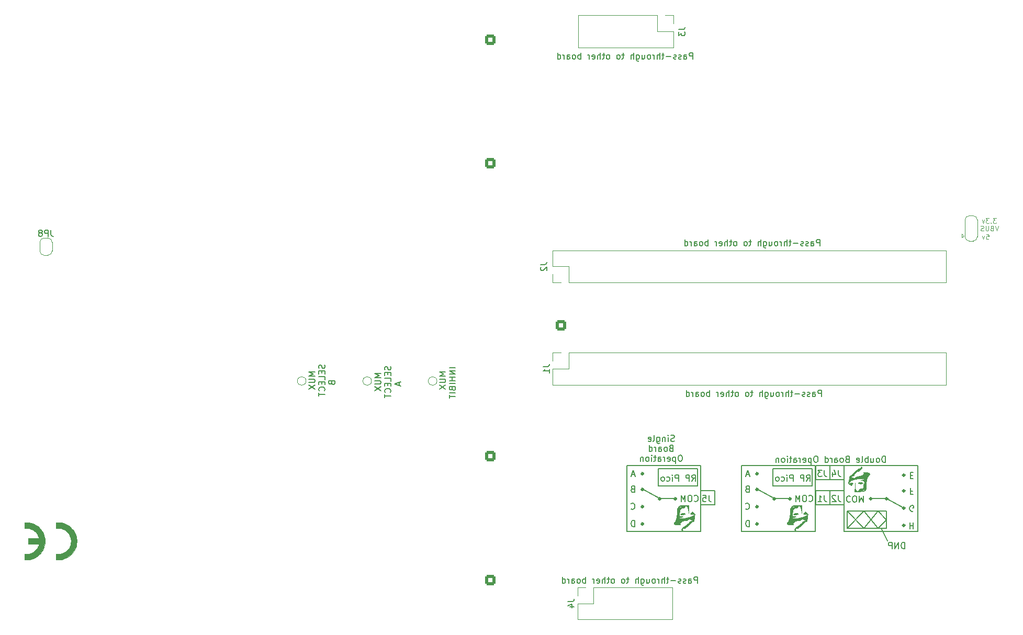
<source format=gbo>
G04 #@! TF.GenerationSoftware,KiCad,Pcbnew,(6.0.5-0)*
G04 #@! TF.CreationDate,2022-12-16T22:27:12-06:00*
G04 #@! TF.ProjectId,scsi_switcher,73637369-5f73-4776-9974-636865722e6b,rev?*
G04 #@! TF.SameCoordinates,Original*
G04 #@! TF.FileFunction,Legend,Bot*
G04 #@! TF.FilePolarity,Positive*
%FSLAX46Y46*%
G04 Gerber Fmt 4.6, Leading zero omitted, Abs format (unit mm)*
G04 Created by KiCad (PCBNEW (6.0.5-0)) date 2022-12-16 22:27:12*
%MOMM*%
%LPD*%
G01*
G04 APERTURE LIST*
G04 Aperture macros list*
%AMRoundRect*
0 Rectangle with rounded corners*
0 $1 Rounding radius*
0 $2 $3 $4 $5 $6 $7 $8 $9 X,Y pos of 4 corners*
0 Add a 4 corners polygon primitive as box body*
4,1,4,$2,$3,$4,$5,$6,$7,$8,$9,$2,$3,0*
0 Add four circle primitives for the rounded corners*
1,1,$1+$1,$2,$3*
1,1,$1+$1,$4,$5*
1,1,$1+$1,$6,$7*
1,1,$1+$1,$8,$9*
0 Add four rect primitives between the rounded corners*
20,1,$1+$1,$2,$3,$4,$5,0*
20,1,$1+$1,$4,$5,$6,$7,0*
20,1,$1+$1,$6,$7,$8,$9,0*
20,1,$1+$1,$8,$9,$2,$3,0*%
%AMFreePoly0*
4,1,22,0.500000,-0.750000,0.000000,-0.750000,0.000000,-0.745033,-0.079941,-0.743568,-0.215256,-0.701293,-0.333266,-0.622738,-0.424486,-0.514219,-0.481581,-0.384460,-0.499164,-0.250000,-0.500000,-0.250000,-0.500000,0.250000,-0.499164,0.250000,-0.499963,0.256109,-0.478152,0.396186,-0.417904,0.524511,-0.324060,0.630769,-0.204165,0.706417,-0.067858,0.745374,0.000000,0.744959,0.000000,0.750000,
0.500000,0.750000,0.500000,-0.750000,0.500000,-0.750000,$1*%
%AMFreePoly1*
4,1,20,0.000000,0.744959,0.073905,0.744508,0.209726,0.703889,0.328688,0.626782,0.421226,0.519385,0.479903,0.390333,0.500000,0.250000,0.500000,-0.250000,0.499851,-0.262216,0.476331,-0.402017,0.414519,-0.529596,0.319384,-0.634700,0.198574,-0.708877,0.061801,-0.746166,0.000000,-0.745033,0.000000,-0.750000,-0.500000,-0.750000,-0.500000,0.750000,0.000000,0.750000,0.000000,0.744959,
0.000000,0.744959,$1*%
%AMFreePoly2*
4,1,22,0.550000,-0.750000,0.000000,-0.750000,0.000000,-0.745033,-0.079941,-0.743568,-0.215256,-0.701293,-0.333266,-0.622738,-0.424486,-0.514219,-0.481581,-0.384460,-0.499164,-0.250000,-0.500000,-0.250000,-0.500000,0.250000,-0.499164,0.250000,-0.499963,0.256109,-0.478152,0.396186,-0.417904,0.524511,-0.324060,0.630769,-0.204165,0.706417,-0.067858,0.745374,0.000000,0.744959,0.000000,0.750000,
0.550000,0.750000,0.550000,-0.750000,0.550000,-0.750000,$1*%
%AMFreePoly3*
4,1,20,0.000000,0.744959,0.073905,0.744508,0.209726,0.703889,0.328688,0.626782,0.421226,0.519385,0.479903,0.390333,0.500000,0.250000,0.500000,-0.250000,0.499851,-0.262216,0.476331,-0.402017,0.414519,-0.529596,0.319384,-0.634700,0.198574,-0.708877,0.061801,-0.746166,0.000000,-0.745033,0.000000,-0.750000,-0.550000,-0.750000,-0.550000,0.750000,0.000000,0.750000,0.000000,0.744959,
0.000000,0.744959,$1*%
G04 Aperture macros list end*
%ADD10C,0.150000*%
%ADD11C,0.329000*%
%ADD12C,0.100000*%
%ADD13C,0.120000*%
%ADD14C,0.010000*%
%ADD15C,1.000000*%
%ADD16C,2.000000*%
%ADD17R,1.700000X1.700000*%
%ADD18O,1.700000X1.700000*%
%ADD19C,2.700000*%
%ADD20RoundRect,0.250000X-0.600000X0.600000X-0.600000X-0.600000X0.600000X-0.600000X0.600000X0.600000X0*%
%ADD21C,1.700000*%
%ADD22RoundRect,0.250000X0.600000X-0.600000X0.600000X0.600000X-0.600000X0.600000X-0.600000X-0.600000X0*%
%ADD23O,1.800000X1.800000*%
%ADD24O,1.500000X1.500000*%
%ADD25FreePoly0,90.000000*%
%ADD26FreePoly1,90.000000*%
%ADD27FreePoly2,90.000000*%
%ADD28R,1.500000X1.000000*%
%ADD29FreePoly3,90.000000*%
G04 APERTURE END LIST*
D10*
X68184380Y-78803714D02*
X67184380Y-78803714D01*
X67898666Y-79137047D01*
X67184380Y-79470380D01*
X68184380Y-79470380D01*
X67184380Y-79946571D02*
X67993904Y-79946571D01*
X68089142Y-79994190D01*
X68136761Y-80041809D01*
X68184380Y-80137047D01*
X68184380Y-80327523D01*
X68136761Y-80422761D01*
X68089142Y-80470380D01*
X67993904Y-80518000D01*
X67184380Y-80518000D01*
X67184380Y-80898952D02*
X68184380Y-81565619D01*
X67184380Y-81565619D02*
X68184380Y-80898952D01*
X69746761Y-77660857D02*
X69794380Y-77803714D01*
X69794380Y-78041809D01*
X69746761Y-78137047D01*
X69699142Y-78184666D01*
X69603904Y-78232285D01*
X69508666Y-78232285D01*
X69413428Y-78184666D01*
X69365809Y-78137047D01*
X69318190Y-78041809D01*
X69270571Y-77851333D01*
X69222952Y-77756095D01*
X69175333Y-77708476D01*
X69080095Y-77660857D01*
X68984857Y-77660857D01*
X68889619Y-77708476D01*
X68842000Y-77756095D01*
X68794380Y-77851333D01*
X68794380Y-78089428D01*
X68842000Y-78232285D01*
X69270571Y-78660857D02*
X69270571Y-78994190D01*
X69794380Y-79137047D02*
X69794380Y-78660857D01*
X68794380Y-78660857D01*
X68794380Y-79137047D01*
X69794380Y-80041809D02*
X69794380Y-79565619D01*
X68794380Y-79565619D01*
X69270571Y-80375142D02*
X69270571Y-80708476D01*
X69794380Y-80851333D02*
X69794380Y-80375142D01*
X68794380Y-80375142D01*
X68794380Y-80851333D01*
X69699142Y-81851333D02*
X69746761Y-81803714D01*
X69794380Y-81660857D01*
X69794380Y-81565619D01*
X69746761Y-81422761D01*
X69651523Y-81327523D01*
X69556285Y-81279904D01*
X69365809Y-81232285D01*
X69222952Y-81232285D01*
X69032476Y-81279904D01*
X68937238Y-81327523D01*
X68842000Y-81422761D01*
X68794380Y-81565619D01*
X68794380Y-81660857D01*
X68842000Y-81803714D01*
X68889619Y-81851333D01*
X68794380Y-82137047D02*
X68794380Y-82708476D01*
X69794380Y-82422761D02*
X68794380Y-82422761D01*
X70880571Y-80589428D02*
X70928190Y-80732285D01*
X70975809Y-80779904D01*
X71071047Y-80827523D01*
X71213904Y-80827523D01*
X71309142Y-80779904D01*
X71356761Y-80732285D01*
X71404380Y-80637047D01*
X71404380Y-80256095D01*
X70404380Y-80256095D01*
X70404380Y-80589428D01*
X70452000Y-80684666D01*
X70499619Y-80732285D01*
X70594857Y-80779904D01*
X70690095Y-80779904D01*
X70785333Y-80732285D01*
X70832952Y-80684666D01*
X70880571Y-80589428D01*
X70880571Y-80256095D01*
X89309380Y-78803714D02*
X88309380Y-78803714D01*
X89023666Y-79137047D01*
X88309380Y-79470380D01*
X89309380Y-79470380D01*
X88309380Y-79946571D02*
X89118904Y-79946571D01*
X89214142Y-79994190D01*
X89261761Y-80041809D01*
X89309380Y-80137047D01*
X89309380Y-80327523D01*
X89261761Y-80422761D01*
X89214142Y-80470380D01*
X89118904Y-80518000D01*
X88309380Y-80518000D01*
X88309380Y-80898952D02*
X89309380Y-81565619D01*
X88309380Y-81565619D02*
X89309380Y-80898952D01*
X90919380Y-78113238D02*
X89919380Y-78113238D01*
X90919380Y-78589428D02*
X89919380Y-78589428D01*
X90919380Y-79160857D01*
X89919380Y-79160857D01*
X90919380Y-79637047D02*
X89919380Y-79637047D01*
X90395571Y-79637047D02*
X90395571Y-80208476D01*
X90919380Y-80208476D02*
X89919380Y-80208476D01*
X90919380Y-80684666D02*
X89919380Y-80684666D01*
X90395571Y-81494190D02*
X90443190Y-81637047D01*
X90490809Y-81684666D01*
X90586047Y-81732285D01*
X90728904Y-81732285D01*
X90824142Y-81684666D01*
X90871761Y-81637047D01*
X90919380Y-81541809D01*
X90919380Y-81160857D01*
X89919380Y-81160857D01*
X89919380Y-81494190D01*
X89967000Y-81589428D01*
X90014619Y-81637047D01*
X90109857Y-81684666D01*
X90205095Y-81684666D01*
X90300333Y-81637047D01*
X90347952Y-81589428D01*
X90395571Y-81494190D01*
X90395571Y-81160857D01*
X90919380Y-82160857D02*
X89919380Y-82160857D01*
X89919380Y-82494190D02*
X89919380Y-83065619D01*
X90919380Y-82779904D02*
X89919380Y-82779904D01*
X78852380Y-79057714D02*
X77852380Y-79057714D01*
X78566666Y-79391047D01*
X77852380Y-79724380D01*
X78852380Y-79724380D01*
X77852380Y-80200571D02*
X78661904Y-80200571D01*
X78757142Y-80248190D01*
X78804761Y-80295809D01*
X78852380Y-80391047D01*
X78852380Y-80581523D01*
X78804761Y-80676761D01*
X78757142Y-80724380D01*
X78661904Y-80772000D01*
X77852380Y-80772000D01*
X77852380Y-81152952D02*
X78852380Y-81819619D01*
X77852380Y-81819619D02*
X78852380Y-81152952D01*
X80414761Y-77914857D02*
X80462380Y-78057714D01*
X80462380Y-78295809D01*
X80414761Y-78391047D01*
X80367142Y-78438666D01*
X80271904Y-78486285D01*
X80176666Y-78486285D01*
X80081428Y-78438666D01*
X80033809Y-78391047D01*
X79986190Y-78295809D01*
X79938571Y-78105333D01*
X79890952Y-78010095D01*
X79843333Y-77962476D01*
X79748095Y-77914857D01*
X79652857Y-77914857D01*
X79557619Y-77962476D01*
X79510000Y-78010095D01*
X79462380Y-78105333D01*
X79462380Y-78343428D01*
X79510000Y-78486285D01*
X79938571Y-78914857D02*
X79938571Y-79248190D01*
X80462380Y-79391047D02*
X80462380Y-78914857D01*
X79462380Y-78914857D01*
X79462380Y-79391047D01*
X80462380Y-80295809D02*
X80462380Y-79819619D01*
X79462380Y-79819619D01*
X79938571Y-80629142D02*
X79938571Y-80962476D01*
X80462380Y-81105333D02*
X80462380Y-80629142D01*
X79462380Y-80629142D01*
X79462380Y-81105333D01*
X80367142Y-82105333D02*
X80414761Y-82057714D01*
X80462380Y-81914857D01*
X80462380Y-81819619D01*
X80414761Y-81676761D01*
X80319523Y-81581523D01*
X80224285Y-81533904D01*
X80033809Y-81486285D01*
X79890952Y-81486285D01*
X79700476Y-81533904D01*
X79605238Y-81581523D01*
X79510000Y-81676761D01*
X79462380Y-81819619D01*
X79462380Y-81914857D01*
X79510000Y-82057714D01*
X79557619Y-82105333D01*
X79462380Y-82391047D02*
X79462380Y-82962476D01*
X80462380Y-82676761D02*
X79462380Y-82676761D01*
X81786666Y-80533904D02*
X81786666Y-81010095D01*
X82072380Y-80438666D02*
X81072380Y-80772000D01*
X82072380Y-81105333D01*
X123698000Y-94488000D02*
X130048000Y-94488000D01*
X130048000Y-94488000D02*
X130048000Y-97282000D01*
X130048000Y-97282000D02*
X123698000Y-97282000D01*
X123698000Y-97282000D02*
X123698000Y-94488000D01*
X137160000Y-93980000D02*
X149098000Y-93980000D01*
X149098000Y-93980000D02*
X149098000Y-104648000D01*
X149098000Y-104648000D02*
X137160000Y-104648000D01*
X137160000Y-104648000D02*
X137160000Y-93980000D01*
D11*
X160819500Y-99314000D02*
G75*
G03*
X160819500Y-99314000I-164500J0D01*
G01*
X163613500Y-98044000D02*
G75*
G03*
X163613500Y-98044000I-164500J0D01*
G01*
D10*
X154305000Y-101346000D02*
X160655000Y-101346000D01*
X160655000Y-101346000D02*
X160655000Y-104140000D01*
X160655000Y-104140000D02*
X154305000Y-104140000D01*
X154305000Y-104140000D02*
X154305000Y-101346000D01*
D11*
X121322500Y-100584000D02*
G75*
G03*
X121322500Y-100584000I-164500J0D01*
G01*
D10*
X158115000Y-99314000D02*
X160655000Y-99314000D01*
X118618000Y-93980000D02*
X130556000Y-93980000D01*
X130556000Y-93980000D02*
X130556000Y-104648000D01*
X130556000Y-104648000D02*
X118618000Y-104648000D01*
X118618000Y-104648000D02*
X118618000Y-93980000D01*
X126492000Y-99314000D02*
X123952000Y-99314000D01*
X159258000Y-101346000D02*
X156972000Y-104140000D01*
X142240000Y-94488000D02*
X148590000Y-94488000D01*
X148590000Y-94488000D02*
X148590000Y-97282000D01*
X148590000Y-97282000D02*
X142240000Y-97282000D01*
X142240000Y-97282000D02*
X142240000Y-94488000D01*
D11*
X139864500Y-95250000D02*
G75*
G03*
X139864500Y-95250000I-164500J0D01*
G01*
X163613500Y-100838000D02*
G75*
G03*
X163613500Y-100838000I-164500J0D01*
G01*
X145198500Y-99314000D02*
G75*
G03*
X145198500Y-99314000I-164500J0D01*
G01*
D10*
X145034000Y-99314000D02*
X142494000Y-99314000D01*
X153797000Y-93980000D02*
X165735000Y-93980000D01*
X165735000Y-93980000D02*
X165735000Y-104648000D01*
X165735000Y-104648000D02*
X153797000Y-104648000D01*
X153797000Y-104648000D02*
X153797000Y-93980000D01*
X142494000Y-99314000D02*
X139700000Y-97790000D01*
X154305000Y-104140000D02*
X156972000Y-101346000D01*
D11*
X142658500Y-99314000D02*
G75*
G03*
X142658500Y-99314000I-164500J0D01*
G01*
X139864500Y-100584000D02*
G75*
G03*
X139864500Y-100584000I-164500J0D01*
G01*
D10*
X160655000Y-99314000D02*
X163449000Y-100838000D01*
D11*
X139864500Y-103378000D02*
G75*
G03*
X139864500Y-103378000I-164500J0D01*
G01*
D10*
X156972000Y-101346000D02*
X159258000Y-104140000D01*
D11*
X121322500Y-95250000D02*
G75*
G03*
X121322500Y-95250000I-164500J0D01*
G01*
X124116500Y-99314000D02*
G75*
G03*
X124116500Y-99314000I-164500J0D01*
G01*
D10*
X130556000Y-98044000D02*
X132842000Y-98044000D01*
X132842000Y-98044000D02*
X132842000Y-100330000D01*
X132842000Y-100330000D02*
X130556000Y-100330000D01*
X130556000Y-100330000D02*
X130556000Y-98044000D01*
X160782000Y-106172000D02*
X159766000Y-104140000D01*
X151511000Y-93980000D02*
X153797000Y-93980000D01*
X153797000Y-93980000D02*
X153797000Y-96266000D01*
X153797000Y-96266000D02*
X151511000Y-96266000D01*
X151511000Y-96266000D02*
X151511000Y-93980000D01*
D11*
X126656500Y-99314000D02*
G75*
G03*
X126656500Y-99314000I-164500J0D01*
G01*
X121322500Y-103378000D02*
G75*
G03*
X121322500Y-103378000I-164500J0D01*
G01*
X121322500Y-97790000D02*
G75*
G03*
X121322500Y-97790000I-164500J0D01*
G01*
D10*
X149225000Y-98044000D02*
X151511000Y-98044000D01*
X151511000Y-98044000D02*
X151511000Y-100330000D01*
X151511000Y-100330000D02*
X149225000Y-100330000D01*
X149225000Y-100330000D02*
X149225000Y-98044000D01*
X160655000Y-102743000D02*
X159258000Y-101346000D01*
X149225000Y-93980000D02*
X151511000Y-93980000D01*
X151511000Y-93980000D02*
X151511000Y-96266000D01*
X151511000Y-96266000D02*
X149225000Y-96266000D01*
X149225000Y-96266000D02*
X149225000Y-93980000D01*
X159258000Y-104140000D02*
X160655000Y-102743000D01*
D11*
X158279500Y-99314000D02*
G75*
G03*
X158279500Y-99314000I-164500J0D01*
G01*
X163613500Y-103632000D02*
G75*
G03*
X163613500Y-103632000I-164500J0D01*
G01*
D10*
X123952000Y-99314000D02*
X121158000Y-97790000D01*
D11*
X163613500Y-95504000D02*
G75*
G03*
X163613500Y-95504000I-164500J0D01*
G01*
D10*
X151511000Y-98044000D02*
X153797000Y-98044000D01*
X153797000Y-98044000D02*
X153797000Y-100330000D01*
X153797000Y-100330000D02*
X151511000Y-100330000D01*
X151511000Y-100330000D02*
X151511000Y-98044000D01*
X154305000Y-101346000D02*
X156972000Y-104140000D01*
D11*
X139864500Y-97790000D02*
G75*
G03*
X139864500Y-97790000I-164500J0D01*
G01*
D10*
X152860333Y-94702380D02*
X152860333Y-95416666D01*
X152907952Y-95559523D01*
X153003190Y-95654761D01*
X153146047Y-95702380D01*
X153241285Y-95702380D01*
X151955571Y-95035714D02*
X151955571Y-95702380D01*
X152193666Y-94654761D02*
X152431761Y-95369047D01*
X151812714Y-95369047D01*
X138104571Y-97718571D02*
X137961714Y-97766190D01*
X137914095Y-97813809D01*
X137866476Y-97909047D01*
X137866476Y-98051904D01*
X137914095Y-98147142D01*
X137961714Y-98194761D01*
X138056952Y-98242380D01*
X138437904Y-98242380D01*
X138437904Y-97242380D01*
X138104571Y-97242380D01*
X138009333Y-97290000D01*
X137961714Y-97337619D01*
X137914095Y-97432857D01*
X137914095Y-97528095D01*
X137961714Y-97623333D01*
X138009333Y-97670952D01*
X138104571Y-97718571D01*
X138437904Y-97718571D01*
X150574333Y-94702380D02*
X150574333Y-95416666D01*
X150621952Y-95559523D01*
X150717190Y-95654761D01*
X150860047Y-95702380D01*
X150955285Y-95702380D01*
X150193380Y-94702380D02*
X149574333Y-94702380D01*
X149907666Y-95083333D01*
X149764809Y-95083333D01*
X149669571Y-95130952D01*
X149621952Y-95178571D01*
X149574333Y-95273809D01*
X149574333Y-95511904D01*
X149621952Y-95607142D01*
X149669571Y-95654761D01*
X149764809Y-95702380D01*
X150050523Y-95702380D01*
X150145761Y-95654761D01*
X150193380Y-95607142D01*
X160471333Y-93416380D02*
X160471333Y-92416380D01*
X160233238Y-92416380D01*
X160090380Y-92464000D01*
X159995142Y-92559238D01*
X159947523Y-92654476D01*
X159899904Y-92844952D01*
X159899904Y-92987809D01*
X159947523Y-93178285D01*
X159995142Y-93273523D01*
X160090380Y-93368761D01*
X160233238Y-93416380D01*
X160471333Y-93416380D01*
X159328476Y-93416380D02*
X159423714Y-93368761D01*
X159471333Y-93321142D01*
X159518952Y-93225904D01*
X159518952Y-92940190D01*
X159471333Y-92844952D01*
X159423714Y-92797333D01*
X159328476Y-92749714D01*
X159185619Y-92749714D01*
X159090380Y-92797333D01*
X159042761Y-92844952D01*
X158995142Y-92940190D01*
X158995142Y-93225904D01*
X159042761Y-93321142D01*
X159090380Y-93368761D01*
X159185619Y-93416380D01*
X159328476Y-93416380D01*
X158138000Y-92749714D02*
X158138000Y-93416380D01*
X158566571Y-92749714D02*
X158566571Y-93273523D01*
X158518952Y-93368761D01*
X158423714Y-93416380D01*
X158280857Y-93416380D01*
X158185619Y-93368761D01*
X158138000Y-93321142D01*
X157661809Y-93416380D02*
X157661809Y-92416380D01*
X157661809Y-92797333D02*
X157566571Y-92749714D01*
X157376095Y-92749714D01*
X157280857Y-92797333D01*
X157233238Y-92844952D01*
X157185619Y-92940190D01*
X157185619Y-93225904D01*
X157233238Y-93321142D01*
X157280857Y-93368761D01*
X157376095Y-93416380D01*
X157566571Y-93416380D01*
X157661809Y-93368761D01*
X156614190Y-93416380D02*
X156709428Y-93368761D01*
X156757047Y-93273523D01*
X156757047Y-92416380D01*
X155852285Y-93368761D02*
X155947523Y-93416380D01*
X156138000Y-93416380D01*
X156233238Y-93368761D01*
X156280857Y-93273523D01*
X156280857Y-92892571D01*
X156233238Y-92797333D01*
X156138000Y-92749714D01*
X155947523Y-92749714D01*
X155852285Y-92797333D01*
X155804666Y-92892571D01*
X155804666Y-92987809D01*
X156280857Y-93083047D01*
X154280857Y-92892571D02*
X154138000Y-92940190D01*
X154090380Y-92987809D01*
X154042761Y-93083047D01*
X154042761Y-93225904D01*
X154090380Y-93321142D01*
X154138000Y-93368761D01*
X154233238Y-93416380D01*
X154614190Y-93416380D01*
X154614190Y-92416380D01*
X154280857Y-92416380D01*
X154185619Y-92464000D01*
X154138000Y-92511619D01*
X154090380Y-92606857D01*
X154090380Y-92702095D01*
X154138000Y-92797333D01*
X154185619Y-92844952D01*
X154280857Y-92892571D01*
X154614190Y-92892571D01*
X153471333Y-93416380D02*
X153566571Y-93368761D01*
X153614190Y-93321142D01*
X153661809Y-93225904D01*
X153661809Y-92940190D01*
X153614190Y-92844952D01*
X153566571Y-92797333D01*
X153471333Y-92749714D01*
X153328476Y-92749714D01*
X153233238Y-92797333D01*
X153185619Y-92844952D01*
X153138000Y-92940190D01*
X153138000Y-93225904D01*
X153185619Y-93321142D01*
X153233238Y-93368761D01*
X153328476Y-93416380D01*
X153471333Y-93416380D01*
X152280857Y-93416380D02*
X152280857Y-92892571D01*
X152328476Y-92797333D01*
X152423714Y-92749714D01*
X152614190Y-92749714D01*
X152709428Y-92797333D01*
X152280857Y-93368761D02*
X152376095Y-93416380D01*
X152614190Y-93416380D01*
X152709428Y-93368761D01*
X152757047Y-93273523D01*
X152757047Y-93178285D01*
X152709428Y-93083047D01*
X152614190Y-93035428D01*
X152376095Y-93035428D01*
X152280857Y-92987809D01*
X151804666Y-93416380D02*
X151804666Y-92749714D01*
X151804666Y-92940190D02*
X151757047Y-92844952D01*
X151709428Y-92797333D01*
X151614190Y-92749714D01*
X151518952Y-92749714D01*
X150757047Y-93416380D02*
X150757047Y-92416380D01*
X150757047Y-93368761D02*
X150852285Y-93416380D01*
X151042761Y-93416380D01*
X151138000Y-93368761D01*
X151185619Y-93321142D01*
X151233238Y-93225904D01*
X151233238Y-92940190D01*
X151185619Y-92844952D01*
X151138000Y-92797333D01*
X151042761Y-92749714D01*
X150852285Y-92749714D01*
X150757047Y-92797333D01*
X149328476Y-92416380D02*
X149138000Y-92416380D01*
X149042761Y-92464000D01*
X148947523Y-92559238D01*
X148899904Y-92749714D01*
X148899904Y-93083047D01*
X148947523Y-93273523D01*
X149042761Y-93368761D01*
X149138000Y-93416380D01*
X149328476Y-93416380D01*
X149423714Y-93368761D01*
X149518952Y-93273523D01*
X149566571Y-93083047D01*
X149566571Y-92749714D01*
X149518952Y-92559238D01*
X149423714Y-92464000D01*
X149328476Y-92416380D01*
X148471333Y-92749714D02*
X148471333Y-93749714D01*
X148471333Y-92797333D02*
X148376095Y-92749714D01*
X148185619Y-92749714D01*
X148090380Y-92797333D01*
X148042761Y-92844952D01*
X147995142Y-92940190D01*
X147995142Y-93225904D01*
X148042761Y-93321142D01*
X148090380Y-93368761D01*
X148185619Y-93416380D01*
X148376095Y-93416380D01*
X148471333Y-93368761D01*
X147185619Y-93368761D02*
X147280857Y-93416380D01*
X147471333Y-93416380D01*
X147566571Y-93368761D01*
X147614190Y-93273523D01*
X147614190Y-92892571D01*
X147566571Y-92797333D01*
X147471333Y-92749714D01*
X147280857Y-92749714D01*
X147185619Y-92797333D01*
X147138000Y-92892571D01*
X147138000Y-92987809D01*
X147614190Y-93083047D01*
X146709428Y-93416380D02*
X146709428Y-92749714D01*
X146709428Y-92940190D02*
X146661809Y-92844952D01*
X146614190Y-92797333D01*
X146518952Y-92749714D01*
X146423714Y-92749714D01*
X145661809Y-93416380D02*
X145661809Y-92892571D01*
X145709428Y-92797333D01*
X145804666Y-92749714D01*
X145995142Y-92749714D01*
X146090380Y-92797333D01*
X145661809Y-93368761D02*
X145757047Y-93416380D01*
X145995142Y-93416380D01*
X146090380Y-93368761D01*
X146138000Y-93273523D01*
X146138000Y-93178285D01*
X146090380Y-93083047D01*
X145995142Y-93035428D01*
X145757047Y-93035428D01*
X145661809Y-92987809D01*
X145328476Y-92749714D02*
X144947523Y-92749714D01*
X145185619Y-92416380D02*
X145185619Y-93273523D01*
X145138000Y-93368761D01*
X145042761Y-93416380D01*
X144947523Y-93416380D01*
X144614190Y-93416380D02*
X144614190Y-92749714D01*
X144614190Y-92416380D02*
X144661809Y-92464000D01*
X144614190Y-92511619D01*
X144566571Y-92464000D01*
X144614190Y-92416380D01*
X144614190Y-92511619D01*
X143995142Y-93416380D02*
X144090380Y-93368761D01*
X144138000Y-93321142D01*
X144185619Y-93225904D01*
X144185619Y-92940190D01*
X144138000Y-92844952D01*
X144090380Y-92797333D01*
X143995142Y-92749714D01*
X143852285Y-92749714D01*
X143757047Y-92797333D01*
X143709428Y-92844952D01*
X143661809Y-92940190D01*
X143661809Y-93225904D01*
X143709428Y-93321142D01*
X143757047Y-93368761D01*
X143852285Y-93416380D01*
X143995142Y-93416380D01*
X143233238Y-92749714D02*
X143233238Y-93416380D01*
X143233238Y-92844952D02*
X143185619Y-92797333D01*
X143090380Y-92749714D01*
X142947523Y-92749714D01*
X142852285Y-92797333D01*
X142804666Y-92892571D01*
X142804666Y-93416380D01*
X152860333Y-98766380D02*
X152860333Y-99480666D01*
X152907952Y-99623523D01*
X153003190Y-99718761D01*
X153146047Y-99766380D01*
X153241285Y-99766380D01*
X152431761Y-98861619D02*
X152384142Y-98814000D01*
X152288904Y-98766380D01*
X152050809Y-98766380D01*
X151955571Y-98814000D01*
X151907952Y-98861619D01*
X151860333Y-98956857D01*
X151860333Y-99052095D01*
X151907952Y-99194952D01*
X152479380Y-99766380D01*
X151860333Y-99766380D01*
X154789285Y-98956857D02*
X154741666Y-98909238D01*
X154598809Y-98861619D01*
X154503571Y-98861619D01*
X154360714Y-98909238D01*
X154265476Y-99004476D01*
X154217857Y-99099714D01*
X154170238Y-99290190D01*
X154170238Y-99433047D01*
X154217857Y-99623523D01*
X154265476Y-99718761D01*
X154360714Y-99814000D01*
X154503571Y-99861619D01*
X154598809Y-99861619D01*
X154741666Y-99814000D01*
X154789285Y-99766380D01*
X155408333Y-99861619D02*
X155598809Y-99861619D01*
X155694047Y-99814000D01*
X155789285Y-99718761D01*
X155836904Y-99528285D01*
X155836904Y-99194952D01*
X155789285Y-99004476D01*
X155694047Y-98909238D01*
X155598809Y-98861619D01*
X155408333Y-98861619D01*
X155313095Y-98909238D01*
X155217857Y-99004476D01*
X155170238Y-99194952D01*
X155170238Y-99528285D01*
X155217857Y-99718761D01*
X155313095Y-99814000D01*
X155408333Y-99861619D01*
X156265476Y-98861619D02*
X156265476Y-99861619D01*
X156598809Y-99147333D01*
X156932142Y-99861619D01*
X156932142Y-98861619D01*
X119562571Y-97718571D02*
X119419714Y-97766190D01*
X119372095Y-97813809D01*
X119324476Y-97909047D01*
X119324476Y-98051904D01*
X119372095Y-98147142D01*
X119419714Y-98194761D01*
X119514952Y-98242380D01*
X119895904Y-98242380D01*
X119895904Y-97242380D01*
X119562571Y-97242380D01*
X119467333Y-97290000D01*
X119419714Y-97337619D01*
X119372095Y-97432857D01*
X119372095Y-97528095D01*
X119419714Y-97623333D01*
X119467333Y-97670952D01*
X119562571Y-97718571D01*
X119895904Y-97718571D01*
X137866476Y-100941142D02*
X137914095Y-100988761D01*
X138056952Y-101036380D01*
X138152190Y-101036380D01*
X138295047Y-100988761D01*
X138390285Y-100893523D01*
X138437904Y-100798285D01*
X138485523Y-100607809D01*
X138485523Y-100464952D01*
X138437904Y-100274476D01*
X138390285Y-100179238D01*
X138295047Y-100084000D01*
X138152190Y-100036380D01*
X138056952Y-100036380D01*
X137914095Y-100084000D01*
X137866476Y-100131619D01*
X119324476Y-100941142D02*
X119372095Y-100988761D01*
X119514952Y-101036380D01*
X119610190Y-101036380D01*
X119753047Y-100988761D01*
X119848285Y-100893523D01*
X119895904Y-100798285D01*
X119943523Y-100607809D01*
X119943523Y-100464952D01*
X119895904Y-100274476D01*
X119848285Y-100179238D01*
X119753047Y-100084000D01*
X119610190Y-100036380D01*
X119514952Y-100036380D01*
X119372095Y-100084000D01*
X119324476Y-100131619D01*
X119872095Y-95416666D02*
X119395904Y-95416666D01*
X119967333Y-95702380D02*
X119634000Y-94702380D01*
X119300666Y-95702380D01*
X149866571Y-58364380D02*
X149866571Y-57364380D01*
X149485619Y-57364380D01*
X149390380Y-57412000D01*
X149342761Y-57459619D01*
X149295142Y-57554857D01*
X149295142Y-57697714D01*
X149342761Y-57792952D01*
X149390380Y-57840571D01*
X149485619Y-57888190D01*
X149866571Y-57888190D01*
X148438000Y-58364380D02*
X148438000Y-57840571D01*
X148485619Y-57745333D01*
X148580857Y-57697714D01*
X148771333Y-57697714D01*
X148866571Y-57745333D01*
X148438000Y-58316761D02*
X148533238Y-58364380D01*
X148771333Y-58364380D01*
X148866571Y-58316761D01*
X148914190Y-58221523D01*
X148914190Y-58126285D01*
X148866571Y-58031047D01*
X148771333Y-57983428D01*
X148533238Y-57983428D01*
X148438000Y-57935809D01*
X148009428Y-58316761D02*
X147914190Y-58364380D01*
X147723714Y-58364380D01*
X147628476Y-58316761D01*
X147580857Y-58221523D01*
X147580857Y-58173904D01*
X147628476Y-58078666D01*
X147723714Y-58031047D01*
X147866571Y-58031047D01*
X147961809Y-57983428D01*
X148009428Y-57888190D01*
X148009428Y-57840571D01*
X147961809Y-57745333D01*
X147866571Y-57697714D01*
X147723714Y-57697714D01*
X147628476Y-57745333D01*
X147199904Y-58316761D02*
X147104666Y-58364380D01*
X146914190Y-58364380D01*
X146818952Y-58316761D01*
X146771333Y-58221523D01*
X146771333Y-58173904D01*
X146818952Y-58078666D01*
X146914190Y-58031047D01*
X147057047Y-58031047D01*
X147152285Y-57983428D01*
X147199904Y-57888190D01*
X147199904Y-57840571D01*
X147152285Y-57745333D01*
X147057047Y-57697714D01*
X146914190Y-57697714D01*
X146818952Y-57745333D01*
X146342761Y-57983428D02*
X145580857Y-57983428D01*
X145247523Y-57697714D02*
X144866571Y-57697714D01*
X145104666Y-57364380D02*
X145104666Y-58221523D01*
X145057047Y-58316761D01*
X144961809Y-58364380D01*
X144866571Y-58364380D01*
X144533238Y-58364380D02*
X144533238Y-57364380D01*
X144104666Y-58364380D02*
X144104666Y-57840571D01*
X144152285Y-57745333D01*
X144247523Y-57697714D01*
X144390380Y-57697714D01*
X144485619Y-57745333D01*
X144533238Y-57792952D01*
X143628476Y-58364380D02*
X143628476Y-57697714D01*
X143628476Y-57888190D02*
X143580857Y-57792952D01*
X143533238Y-57745333D01*
X143438000Y-57697714D01*
X143342761Y-57697714D01*
X142866571Y-58364380D02*
X142961809Y-58316761D01*
X143009428Y-58269142D01*
X143057047Y-58173904D01*
X143057047Y-57888190D01*
X143009428Y-57792952D01*
X142961809Y-57745333D01*
X142866571Y-57697714D01*
X142723714Y-57697714D01*
X142628476Y-57745333D01*
X142580857Y-57792952D01*
X142533238Y-57888190D01*
X142533238Y-58173904D01*
X142580857Y-58269142D01*
X142628476Y-58316761D01*
X142723714Y-58364380D01*
X142866571Y-58364380D01*
X141676095Y-57697714D02*
X141676095Y-58364380D01*
X142104666Y-57697714D02*
X142104666Y-58221523D01*
X142057047Y-58316761D01*
X141961809Y-58364380D01*
X141818952Y-58364380D01*
X141723714Y-58316761D01*
X141676095Y-58269142D01*
X140771333Y-57697714D02*
X140771333Y-58507238D01*
X140818952Y-58602476D01*
X140866571Y-58650095D01*
X140961809Y-58697714D01*
X141104666Y-58697714D01*
X141199904Y-58650095D01*
X140771333Y-58316761D02*
X140866571Y-58364380D01*
X141057047Y-58364380D01*
X141152285Y-58316761D01*
X141199904Y-58269142D01*
X141247523Y-58173904D01*
X141247523Y-57888190D01*
X141199904Y-57792952D01*
X141152285Y-57745333D01*
X141057047Y-57697714D01*
X140866571Y-57697714D01*
X140771333Y-57745333D01*
X140295142Y-58364380D02*
X140295142Y-57364380D01*
X139866571Y-58364380D02*
X139866571Y-57840571D01*
X139914190Y-57745333D01*
X140009428Y-57697714D01*
X140152285Y-57697714D01*
X140247523Y-57745333D01*
X140295142Y-57792952D01*
X138771333Y-57697714D02*
X138390380Y-57697714D01*
X138628476Y-57364380D02*
X138628476Y-58221523D01*
X138580857Y-58316761D01*
X138485619Y-58364380D01*
X138390380Y-58364380D01*
X137914190Y-58364380D02*
X138009428Y-58316761D01*
X138057047Y-58269142D01*
X138104666Y-58173904D01*
X138104666Y-57888190D01*
X138057047Y-57792952D01*
X138009428Y-57745333D01*
X137914190Y-57697714D01*
X137771333Y-57697714D01*
X137676095Y-57745333D01*
X137628476Y-57792952D01*
X137580857Y-57888190D01*
X137580857Y-58173904D01*
X137628476Y-58269142D01*
X137676095Y-58316761D01*
X137771333Y-58364380D01*
X137914190Y-58364380D01*
X136247523Y-58364380D02*
X136342761Y-58316761D01*
X136390380Y-58269142D01*
X136438000Y-58173904D01*
X136438000Y-57888190D01*
X136390380Y-57792952D01*
X136342761Y-57745333D01*
X136247523Y-57697714D01*
X136104666Y-57697714D01*
X136009428Y-57745333D01*
X135961809Y-57792952D01*
X135914190Y-57888190D01*
X135914190Y-58173904D01*
X135961809Y-58269142D01*
X136009428Y-58316761D01*
X136104666Y-58364380D01*
X136247523Y-58364380D01*
X135628476Y-57697714D02*
X135247523Y-57697714D01*
X135485619Y-57364380D02*
X135485619Y-58221523D01*
X135438000Y-58316761D01*
X135342761Y-58364380D01*
X135247523Y-58364380D01*
X134914190Y-58364380D02*
X134914190Y-57364380D01*
X134485619Y-58364380D02*
X134485619Y-57840571D01*
X134533238Y-57745333D01*
X134628476Y-57697714D01*
X134771333Y-57697714D01*
X134866571Y-57745333D01*
X134914190Y-57792952D01*
X133628476Y-58316761D02*
X133723714Y-58364380D01*
X133914190Y-58364380D01*
X134009428Y-58316761D01*
X134057047Y-58221523D01*
X134057047Y-57840571D01*
X134009428Y-57745333D01*
X133914190Y-57697714D01*
X133723714Y-57697714D01*
X133628476Y-57745333D01*
X133580857Y-57840571D01*
X133580857Y-57935809D01*
X134057047Y-58031047D01*
X133152285Y-58364380D02*
X133152285Y-57697714D01*
X133152285Y-57888190D02*
X133104666Y-57792952D01*
X133057047Y-57745333D01*
X132961809Y-57697714D01*
X132866571Y-57697714D01*
X131771333Y-58364380D02*
X131771333Y-57364380D01*
X131771333Y-57745333D02*
X131676095Y-57697714D01*
X131485619Y-57697714D01*
X131390380Y-57745333D01*
X131342761Y-57792952D01*
X131295142Y-57888190D01*
X131295142Y-58173904D01*
X131342761Y-58269142D01*
X131390380Y-58316761D01*
X131485619Y-58364380D01*
X131676095Y-58364380D01*
X131771333Y-58316761D01*
X130723714Y-58364380D02*
X130818952Y-58316761D01*
X130866571Y-58269142D01*
X130914190Y-58173904D01*
X130914190Y-57888190D01*
X130866571Y-57792952D01*
X130818952Y-57745333D01*
X130723714Y-57697714D01*
X130580857Y-57697714D01*
X130485619Y-57745333D01*
X130438000Y-57792952D01*
X130390380Y-57888190D01*
X130390380Y-58173904D01*
X130438000Y-58269142D01*
X130485619Y-58316761D01*
X130580857Y-58364380D01*
X130723714Y-58364380D01*
X129533238Y-58364380D02*
X129533238Y-57840571D01*
X129580857Y-57745333D01*
X129676095Y-57697714D01*
X129866571Y-57697714D01*
X129961809Y-57745333D01*
X129533238Y-58316761D02*
X129628476Y-58364380D01*
X129866571Y-58364380D01*
X129961809Y-58316761D01*
X130009428Y-58221523D01*
X130009428Y-58126285D01*
X129961809Y-58031047D01*
X129866571Y-57983428D01*
X129628476Y-57983428D01*
X129533238Y-57935809D01*
X129057047Y-58364380D02*
X129057047Y-57697714D01*
X129057047Y-57888190D02*
X129009428Y-57792952D01*
X128961809Y-57745333D01*
X128866571Y-57697714D01*
X128771333Y-57697714D01*
X128009428Y-58364380D02*
X128009428Y-57364380D01*
X128009428Y-58316761D02*
X128104666Y-58364380D01*
X128295142Y-58364380D01*
X128390380Y-58316761D01*
X128438000Y-58269142D01*
X128485619Y-58173904D01*
X128485619Y-57888190D01*
X128438000Y-57792952D01*
X128390380Y-57745333D01*
X128295142Y-57697714D01*
X128104666Y-57697714D01*
X128009428Y-57745333D01*
D12*
X178392857Y-53911904D02*
X177897619Y-53911904D01*
X178164285Y-54216666D01*
X178050000Y-54216666D01*
X177973809Y-54254761D01*
X177935714Y-54292857D01*
X177897619Y-54369047D01*
X177897619Y-54559523D01*
X177935714Y-54635714D01*
X177973809Y-54673809D01*
X178050000Y-54711904D01*
X178278571Y-54711904D01*
X178354761Y-54673809D01*
X178392857Y-54635714D01*
X177554761Y-54635714D02*
X177516666Y-54673809D01*
X177554761Y-54711904D01*
X177592857Y-54673809D01*
X177554761Y-54635714D01*
X177554761Y-54711904D01*
X177250000Y-53911904D02*
X176754761Y-53911904D01*
X177021428Y-54216666D01*
X176907142Y-54216666D01*
X176830952Y-54254761D01*
X176792857Y-54292857D01*
X176754761Y-54369047D01*
X176754761Y-54559523D01*
X176792857Y-54635714D01*
X176830952Y-54673809D01*
X176907142Y-54711904D01*
X177135714Y-54711904D01*
X177211904Y-54673809D01*
X177250000Y-54635714D01*
X176488095Y-54178571D02*
X176297619Y-54711904D01*
X176107142Y-54178571D01*
D10*
X164980904Y-101338000D02*
X164885666Y-101385619D01*
X164742809Y-101385619D01*
X164599952Y-101338000D01*
X164504714Y-101242761D01*
X164457095Y-101147523D01*
X164409476Y-100957047D01*
X164409476Y-100814190D01*
X164457095Y-100623714D01*
X164504714Y-100528476D01*
X164599952Y-100433238D01*
X164742809Y-100385619D01*
X164838047Y-100385619D01*
X164980904Y-100433238D01*
X165028523Y-100480857D01*
X165028523Y-100814190D01*
X164838047Y-100814190D01*
X126325047Y-89980761D02*
X126182190Y-90028380D01*
X125944095Y-90028380D01*
X125848857Y-89980761D01*
X125801238Y-89933142D01*
X125753619Y-89837904D01*
X125753619Y-89742666D01*
X125801238Y-89647428D01*
X125848857Y-89599809D01*
X125944095Y-89552190D01*
X126134571Y-89504571D01*
X126229809Y-89456952D01*
X126277428Y-89409333D01*
X126325047Y-89314095D01*
X126325047Y-89218857D01*
X126277428Y-89123619D01*
X126229809Y-89076000D01*
X126134571Y-89028380D01*
X125896476Y-89028380D01*
X125753619Y-89076000D01*
X125325047Y-90028380D02*
X125325047Y-89361714D01*
X125325047Y-89028380D02*
X125372666Y-89076000D01*
X125325047Y-89123619D01*
X125277428Y-89076000D01*
X125325047Y-89028380D01*
X125325047Y-89123619D01*
X124848857Y-89361714D02*
X124848857Y-90028380D01*
X124848857Y-89456952D02*
X124801238Y-89409333D01*
X124706000Y-89361714D01*
X124563142Y-89361714D01*
X124467904Y-89409333D01*
X124420285Y-89504571D01*
X124420285Y-90028380D01*
X123515523Y-89361714D02*
X123515523Y-90171238D01*
X123563142Y-90266476D01*
X123610761Y-90314095D01*
X123706000Y-90361714D01*
X123848857Y-90361714D01*
X123944095Y-90314095D01*
X123515523Y-89980761D02*
X123610761Y-90028380D01*
X123801238Y-90028380D01*
X123896476Y-89980761D01*
X123944095Y-89933142D01*
X123991714Y-89837904D01*
X123991714Y-89552190D01*
X123944095Y-89456952D01*
X123896476Y-89409333D01*
X123801238Y-89361714D01*
X123610761Y-89361714D01*
X123515523Y-89409333D01*
X122896476Y-90028380D02*
X122991714Y-89980761D01*
X123039333Y-89885523D01*
X123039333Y-89028380D01*
X122134571Y-89980761D02*
X122229809Y-90028380D01*
X122420285Y-90028380D01*
X122515523Y-89980761D01*
X122563142Y-89885523D01*
X122563142Y-89504571D01*
X122515523Y-89409333D01*
X122420285Y-89361714D01*
X122229809Y-89361714D01*
X122134571Y-89409333D01*
X122086952Y-89504571D01*
X122086952Y-89599809D01*
X122563142Y-89695047D01*
X125801238Y-91114571D02*
X125658380Y-91162190D01*
X125610761Y-91209809D01*
X125563142Y-91305047D01*
X125563142Y-91447904D01*
X125610761Y-91543142D01*
X125658380Y-91590761D01*
X125753619Y-91638380D01*
X126134571Y-91638380D01*
X126134571Y-90638380D01*
X125801238Y-90638380D01*
X125706000Y-90686000D01*
X125658380Y-90733619D01*
X125610761Y-90828857D01*
X125610761Y-90924095D01*
X125658380Y-91019333D01*
X125706000Y-91066952D01*
X125801238Y-91114571D01*
X126134571Y-91114571D01*
X124991714Y-91638380D02*
X125086952Y-91590761D01*
X125134571Y-91543142D01*
X125182190Y-91447904D01*
X125182190Y-91162190D01*
X125134571Y-91066952D01*
X125086952Y-91019333D01*
X124991714Y-90971714D01*
X124848857Y-90971714D01*
X124753619Y-91019333D01*
X124706000Y-91066952D01*
X124658380Y-91162190D01*
X124658380Y-91447904D01*
X124706000Y-91543142D01*
X124753619Y-91590761D01*
X124848857Y-91638380D01*
X124991714Y-91638380D01*
X123801238Y-91638380D02*
X123801238Y-91114571D01*
X123848857Y-91019333D01*
X123944095Y-90971714D01*
X124134571Y-90971714D01*
X124229809Y-91019333D01*
X123801238Y-91590761D02*
X123896476Y-91638380D01*
X124134571Y-91638380D01*
X124229809Y-91590761D01*
X124277428Y-91495523D01*
X124277428Y-91400285D01*
X124229809Y-91305047D01*
X124134571Y-91257428D01*
X123896476Y-91257428D01*
X123801238Y-91209809D01*
X123325047Y-91638380D02*
X123325047Y-90971714D01*
X123325047Y-91162190D02*
X123277428Y-91066952D01*
X123229809Y-91019333D01*
X123134571Y-90971714D01*
X123039333Y-90971714D01*
X122277428Y-91638380D02*
X122277428Y-90638380D01*
X122277428Y-91590761D02*
X122372666Y-91638380D01*
X122563142Y-91638380D01*
X122658380Y-91590761D01*
X122706000Y-91543142D01*
X122753619Y-91447904D01*
X122753619Y-91162190D01*
X122706000Y-91066952D01*
X122658380Y-91019333D01*
X122563142Y-90971714D01*
X122372666Y-90971714D01*
X122277428Y-91019333D01*
X127372666Y-92248380D02*
X127182190Y-92248380D01*
X127086952Y-92296000D01*
X126991714Y-92391238D01*
X126944095Y-92581714D01*
X126944095Y-92915047D01*
X126991714Y-93105523D01*
X127086952Y-93200761D01*
X127182190Y-93248380D01*
X127372666Y-93248380D01*
X127467904Y-93200761D01*
X127563142Y-93105523D01*
X127610761Y-92915047D01*
X127610761Y-92581714D01*
X127563142Y-92391238D01*
X127467904Y-92296000D01*
X127372666Y-92248380D01*
X126515523Y-92581714D02*
X126515523Y-93581714D01*
X126515523Y-92629333D02*
X126420285Y-92581714D01*
X126229809Y-92581714D01*
X126134571Y-92629333D01*
X126086952Y-92676952D01*
X126039333Y-92772190D01*
X126039333Y-93057904D01*
X126086952Y-93153142D01*
X126134571Y-93200761D01*
X126229809Y-93248380D01*
X126420285Y-93248380D01*
X126515523Y-93200761D01*
X125229809Y-93200761D02*
X125325047Y-93248380D01*
X125515523Y-93248380D01*
X125610761Y-93200761D01*
X125658380Y-93105523D01*
X125658380Y-92724571D01*
X125610761Y-92629333D01*
X125515523Y-92581714D01*
X125325047Y-92581714D01*
X125229809Y-92629333D01*
X125182190Y-92724571D01*
X125182190Y-92819809D01*
X125658380Y-92915047D01*
X124753619Y-93248380D02*
X124753619Y-92581714D01*
X124753619Y-92772190D02*
X124706000Y-92676952D01*
X124658380Y-92629333D01*
X124563142Y-92581714D01*
X124467904Y-92581714D01*
X123706000Y-93248380D02*
X123706000Y-92724571D01*
X123753619Y-92629333D01*
X123848857Y-92581714D01*
X124039333Y-92581714D01*
X124134571Y-92629333D01*
X123706000Y-93200761D02*
X123801238Y-93248380D01*
X124039333Y-93248380D01*
X124134571Y-93200761D01*
X124182190Y-93105523D01*
X124182190Y-93010285D01*
X124134571Y-92915047D01*
X124039333Y-92867428D01*
X123801238Y-92867428D01*
X123706000Y-92819809D01*
X123372666Y-92581714D02*
X122991714Y-92581714D01*
X123229809Y-92248380D02*
X123229809Y-93105523D01*
X123182190Y-93200761D01*
X123086952Y-93248380D01*
X122991714Y-93248380D01*
X122658380Y-93248380D02*
X122658380Y-92581714D01*
X122658380Y-92248380D02*
X122706000Y-92296000D01*
X122658380Y-92343619D01*
X122610761Y-92296000D01*
X122658380Y-92248380D01*
X122658380Y-92343619D01*
X122039333Y-93248380D02*
X122134571Y-93200761D01*
X122182190Y-93153142D01*
X122229809Y-93057904D01*
X122229809Y-92772190D01*
X122182190Y-92676952D01*
X122134571Y-92629333D01*
X122039333Y-92581714D01*
X121896476Y-92581714D01*
X121801238Y-92629333D01*
X121753619Y-92676952D01*
X121706000Y-92772190D01*
X121706000Y-93057904D01*
X121753619Y-93153142D01*
X121801238Y-93200761D01*
X121896476Y-93248380D01*
X122039333Y-93248380D01*
X121277428Y-92581714D02*
X121277428Y-93248380D01*
X121277428Y-92676952D02*
X121229809Y-92629333D01*
X121134571Y-92581714D01*
X120991714Y-92581714D01*
X120896476Y-92629333D01*
X120848857Y-92724571D01*
X120848857Y-93248380D01*
X147732476Y-96464380D02*
X148065809Y-95988190D01*
X148303904Y-96464380D02*
X148303904Y-95464380D01*
X147922952Y-95464380D01*
X147827714Y-95512000D01*
X147780095Y-95559619D01*
X147732476Y-95654857D01*
X147732476Y-95797714D01*
X147780095Y-95892952D01*
X147827714Y-95940571D01*
X147922952Y-95988190D01*
X148303904Y-95988190D01*
X147303904Y-96464380D02*
X147303904Y-95464380D01*
X146922952Y-95464380D01*
X146827714Y-95512000D01*
X146780095Y-95559619D01*
X146732476Y-95654857D01*
X146732476Y-95797714D01*
X146780095Y-95892952D01*
X146827714Y-95940571D01*
X146922952Y-95988190D01*
X147303904Y-95988190D01*
X145542000Y-96464380D02*
X145542000Y-95464380D01*
X145161047Y-95464380D01*
X145065809Y-95512000D01*
X145018190Y-95559619D01*
X144970571Y-95654857D01*
X144970571Y-95797714D01*
X145018190Y-95892952D01*
X145065809Y-95940571D01*
X145161047Y-95988190D01*
X145542000Y-95988190D01*
X144542000Y-96464380D02*
X144542000Y-95797714D01*
X144542000Y-95464380D02*
X144589619Y-95512000D01*
X144542000Y-95559619D01*
X144494380Y-95512000D01*
X144542000Y-95464380D01*
X144542000Y-95559619D01*
X143637238Y-96416761D02*
X143732476Y-96464380D01*
X143922952Y-96464380D01*
X144018190Y-96416761D01*
X144065809Y-96369142D01*
X144113428Y-96273904D01*
X144113428Y-95988190D01*
X144065809Y-95892952D01*
X144018190Y-95845333D01*
X143922952Y-95797714D01*
X143732476Y-95797714D01*
X143637238Y-95845333D01*
X143065809Y-96464380D02*
X143161047Y-96416761D01*
X143208666Y-96369142D01*
X143256285Y-96273904D01*
X143256285Y-95988190D01*
X143208666Y-95892952D01*
X143161047Y-95845333D01*
X143065809Y-95797714D01*
X142922952Y-95797714D01*
X142827714Y-95845333D01*
X142780095Y-95892952D01*
X142732476Y-95988190D01*
X142732476Y-96273904D01*
X142780095Y-96369142D01*
X142827714Y-96416761D01*
X142922952Y-96464380D01*
X143065809Y-96464380D01*
D12*
X176814285Y-56511904D02*
X177195238Y-56511904D01*
X177233333Y-56892857D01*
X177195238Y-56854761D01*
X177119047Y-56816666D01*
X176928571Y-56816666D01*
X176852380Y-56854761D01*
X176814285Y-56892857D01*
X176776190Y-56969047D01*
X176776190Y-57159523D01*
X176814285Y-57235714D01*
X176852380Y-57273809D01*
X176928571Y-57311904D01*
X177119047Y-57311904D01*
X177195238Y-57273809D01*
X177233333Y-57235714D01*
X176509523Y-56778571D02*
X176319047Y-57311904D01*
X176128571Y-56778571D01*
D10*
X148105714Y-99671142D02*
X148153333Y-99718761D01*
X148296190Y-99766380D01*
X148391428Y-99766380D01*
X148534285Y-99718761D01*
X148629523Y-99623523D01*
X148677142Y-99528285D01*
X148724761Y-99337809D01*
X148724761Y-99194952D01*
X148677142Y-99004476D01*
X148629523Y-98909238D01*
X148534285Y-98814000D01*
X148391428Y-98766380D01*
X148296190Y-98766380D01*
X148153333Y-98814000D01*
X148105714Y-98861619D01*
X147486666Y-98766380D02*
X147296190Y-98766380D01*
X147200952Y-98814000D01*
X147105714Y-98909238D01*
X147058095Y-99099714D01*
X147058095Y-99433047D01*
X147105714Y-99623523D01*
X147200952Y-99718761D01*
X147296190Y-99766380D01*
X147486666Y-99766380D01*
X147581904Y-99718761D01*
X147677142Y-99623523D01*
X147724761Y-99433047D01*
X147724761Y-99099714D01*
X147677142Y-98909238D01*
X147581904Y-98814000D01*
X147486666Y-98766380D01*
X146629523Y-99766380D02*
X146629523Y-98766380D01*
X146296190Y-99480666D01*
X145962857Y-98766380D01*
X145962857Y-99766380D01*
X150574333Y-98766380D02*
X150574333Y-99480666D01*
X150621952Y-99623523D01*
X150717190Y-99718761D01*
X150860047Y-99766380D01*
X150955285Y-99766380D01*
X149574333Y-99766380D02*
X150145761Y-99766380D01*
X149860047Y-99766380D02*
X149860047Y-98766380D01*
X149955285Y-98909238D01*
X150050523Y-99004476D01*
X150145761Y-99052095D01*
X164861857Y-98115428D02*
X164528523Y-98115428D01*
X164528523Y-97591619D02*
X164528523Y-98591619D01*
X165004714Y-98591619D01*
X129563714Y-99671142D02*
X129611333Y-99718761D01*
X129754190Y-99766380D01*
X129849428Y-99766380D01*
X129992285Y-99718761D01*
X130087523Y-99623523D01*
X130135142Y-99528285D01*
X130182761Y-99337809D01*
X130182761Y-99194952D01*
X130135142Y-99004476D01*
X130087523Y-98909238D01*
X129992285Y-98814000D01*
X129849428Y-98766380D01*
X129754190Y-98766380D01*
X129611333Y-98814000D01*
X129563714Y-98861619D01*
X128944666Y-98766380D02*
X128754190Y-98766380D01*
X128658952Y-98814000D01*
X128563714Y-98909238D01*
X128516095Y-99099714D01*
X128516095Y-99433047D01*
X128563714Y-99623523D01*
X128658952Y-99718761D01*
X128754190Y-99766380D01*
X128944666Y-99766380D01*
X129039904Y-99718761D01*
X129135142Y-99623523D01*
X129182761Y-99433047D01*
X129182761Y-99099714D01*
X129135142Y-98909238D01*
X129039904Y-98814000D01*
X128944666Y-98766380D01*
X128087523Y-99766380D02*
X128087523Y-98766380D01*
X127754190Y-99480666D01*
X127420857Y-98766380D01*
X127420857Y-99766380D01*
X138414095Y-95416666D02*
X137937904Y-95416666D01*
X138509333Y-95702380D02*
X138176000Y-94702380D01*
X137842666Y-95702380D01*
X119895904Y-103830380D02*
X119895904Y-102830380D01*
X119657809Y-102830380D01*
X119514952Y-102878000D01*
X119419714Y-102973238D01*
X119372095Y-103068476D01*
X119324476Y-103258952D01*
X119324476Y-103401809D01*
X119372095Y-103592285D01*
X119419714Y-103687523D01*
X119514952Y-103782761D01*
X119657809Y-103830380D01*
X119895904Y-103830380D01*
X164504714Y-95575428D02*
X164838047Y-95575428D01*
X164980904Y-95051619D02*
X164504714Y-95051619D01*
X164504714Y-96051619D01*
X164980904Y-96051619D01*
X129190476Y-96464380D02*
X129523809Y-95988190D01*
X129761904Y-96464380D02*
X129761904Y-95464380D01*
X129380952Y-95464380D01*
X129285714Y-95512000D01*
X129238095Y-95559619D01*
X129190476Y-95654857D01*
X129190476Y-95797714D01*
X129238095Y-95892952D01*
X129285714Y-95940571D01*
X129380952Y-95988190D01*
X129761904Y-95988190D01*
X128761904Y-96464380D02*
X128761904Y-95464380D01*
X128380952Y-95464380D01*
X128285714Y-95512000D01*
X128238095Y-95559619D01*
X128190476Y-95654857D01*
X128190476Y-95797714D01*
X128238095Y-95892952D01*
X128285714Y-95940571D01*
X128380952Y-95988190D01*
X128761904Y-95988190D01*
X127000000Y-96464380D02*
X127000000Y-95464380D01*
X126619047Y-95464380D01*
X126523809Y-95512000D01*
X126476190Y-95559619D01*
X126428571Y-95654857D01*
X126428571Y-95797714D01*
X126476190Y-95892952D01*
X126523809Y-95940571D01*
X126619047Y-95988190D01*
X127000000Y-95988190D01*
X126000000Y-96464380D02*
X126000000Y-95797714D01*
X126000000Y-95464380D02*
X126047619Y-95512000D01*
X126000000Y-95559619D01*
X125952380Y-95512000D01*
X126000000Y-95464380D01*
X126000000Y-95559619D01*
X125095238Y-96416761D02*
X125190476Y-96464380D01*
X125380952Y-96464380D01*
X125476190Y-96416761D01*
X125523809Y-96369142D01*
X125571428Y-96273904D01*
X125571428Y-95988190D01*
X125523809Y-95892952D01*
X125476190Y-95845333D01*
X125380952Y-95797714D01*
X125190476Y-95797714D01*
X125095238Y-95845333D01*
X124523809Y-96464380D02*
X124619047Y-96416761D01*
X124666666Y-96369142D01*
X124714285Y-96273904D01*
X124714285Y-95988190D01*
X124666666Y-95892952D01*
X124619047Y-95845333D01*
X124523809Y-95797714D01*
X124380952Y-95797714D01*
X124285714Y-95845333D01*
X124238095Y-95892952D01*
X124190476Y-95988190D01*
X124190476Y-96273904D01*
X124238095Y-96369142D01*
X124285714Y-96416761D01*
X124380952Y-96464380D01*
X124523809Y-96464380D01*
X163591714Y-107386380D02*
X163591714Y-106386380D01*
X163353619Y-106386380D01*
X163210761Y-106434000D01*
X163115523Y-106529238D01*
X163067904Y-106624476D01*
X163020285Y-106814952D01*
X163020285Y-106957809D01*
X163067904Y-107148285D01*
X163115523Y-107243523D01*
X163210761Y-107338761D01*
X163353619Y-107386380D01*
X163591714Y-107386380D01*
X162591714Y-107386380D02*
X162591714Y-106386380D01*
X162020285Y-107386380D01*
X162020285Y-106386380D01*
X161544095Y-107386380D02*
X161544095Y-106386380D01*
X161163142Y-106386380D01*
X161067904Y-106434000D01*
X161020285Y-106481619D01*
X160972666Y-106576857D01*
X160972666Y-106719714D01*
X161020285Y-106814952D01*
X161067904Y-106862571D01*
X161163142Y-106910190D01*
X161544095Y-106910190D01*
X138437904Y-103830380D02*
X138437904Y-102830380D01*
X138199809Y-102830380D01*
X138056952Y-102878000D01*
X137961714Y-102973238D01*
X137914095Y-103068476D01*
X137866476Y-103258952D01*
X137866476Y-103401809D01*
X137914095Y-103592285D01*
X137961714Y-103687523D01*
X138056952Y-103782761D01*
X138199809Y-103830380D01*
X138437904Y-103830380D01*
D12*
X178758666Y-55161904D02*
X178492000Y-55961904D01*
X178225333Y-55161904D01*
X177692000Y-55542857D02*
X177577714Y-55580952D01*
X177539619Y-55619047D01*
X177501523Y-55695238D01*
X177501523Y-55809523D01*
X177539619Y-55885714D01*
X177577714Y-55923809D01*
X177653904Y-55961904D01*
X177958666Y-55961904D01*
X177958666Y-55161904D01*
X177692000Y-55161904D01*
X177615809Y-55200000D01*
X177577714Y-55238095D01*
X177539619Y-55314285D01*
X177539619Y-55390476D01*
X177577714Y-55466666D01*
X177615809Y-55504761D01*
X177692000Y-55542857D01*
X177958666Y-55542857D01*
X177158666Y-55161904D02*
X177158666Y-55809523D01*
X177120571Y-55885714D01*
X177082476Y-55923809D01*
X177006285Y-55961904D01*
X176853904Y-55961904D01*
X176777714Y-55923809D01*
X176739619Y-55885714D01*
X176701523Y-55809523D01*
X176701523Y-55161904D01*
X176358666Y-55923809D02*
X176244380Y-55961904D01*
X176053904Y-55961904D01*
X175977714Y-55923809D01*
X175939619Y-55885714D01*
X175901523Y-55809523D01*
X175901523Y-55733333D01*
X175939619Y-55657142D01*
X175977714Y-55619047D01*
X176053904Y-55580952D01*
X176206285Y-55542857D01*
X176282476Y-55504761D01*
X176320571Y-55466666D01*
X176358666Y-55390476D01*
X176358666Y-55314285D01*
X176320571Y-55238095D01*
X176282476Y-55200000D01*
X176206285Y-55161904D01*
X176015809Y-55161904D01*
X175901523Y-55200000D01*
D10*
X129292571Y-28138380D02*
X129292571Y-27138380D01*
X128911619Y-27138380D01*
X128816380Y-27186000D01*
X128768761Y-27233619D01*
X128721142Y-27328857D01*
X128721142Y-27471714D01*
X128768761Y-27566952D01*
X128816380Y-27614571D01*
X128911619Y-27662190D01*
X129292571Y-27662190D01*
X127864000Y-28138380D02*
X127864000Y-27614571D01*
X127911619Y-27519333D01*
X128006857Y-27471714D01*
X128197333Y-27471714D01*
X128292571Y-27519333D01*
X127864000Y-28090761D02*
X127959238Y-28138380D01*
X128197333Y-28138380D01*
X128292571Y-28090761D01*
X128340190Y-27995523D01*
X128340190Y-27900285D01*
X128292571Y-27805047D01*
X128197333Y-27757428D01*
X127959238Y-27757428D01*
X127864000Y-27709809D01*
X127435428Y-28090761D02*
X127340190Y-28138380D01*
X127149714Y-28138380D01*
X127054476Y-28090761D01*
X127006857Y-27995523D01*
X127006857Y-27947904D01*
X127054476Y-27852666D01*
X127149714Y-27805047D01*
X127292571Y-27805047D01*
X127387809Y-27757428D01*
X127435428Y-27662190D01*
X127435428Y-27614571D01*
X127387809Y-27519333D01*
X127292571Y-27471714D01*
X127149714Y-27471714D01*
X127054476Y-27519333D01*
X126625904Y-28090761D02*
X126530666Y-28138380D01*
X126340190Y-28138380D01*
X126244952Y-28090761D01*
X126197333Y-27995523D01*
X126197333Y-27947904D01*
X126244952Y-27852666D01*
X126340190Y-27805047D01*
X126483047Y-27805047D01*
X126578285Y-27757428D01*
X126625904Y-27662190D01*
X126625904Y-27614571D01*
X126578285Y-27519333D01*
X126483047Y-27471714D01*
X126340190Y-27471714D01*
X126244952Y-27519333D01*
X125768761Y-27757428D02*
X125006857Y-27757428D01*
X124673523Y-27471714D02*
X124292571Y-27471714D01*
X124530666Y-27138380D02*
X124530666Y-27995523D01*
X124483047Y-28090761D01*
X124387809Y-28138380D01*
X124292571Y-28138380D01*
X123959238Y-28138380D02*
X123959238Y-27138380D01*
X123530666Y-28138380D02*
X123530666Y-27614571D01*
X123578285Y-27519333D01*
X123673523Y-27471714D01*
X123816380Y-27471714D01*
X123911619Y-27519333D01*
X123959238Y-27566952D01*
X123054476Y-28138380D02*
X123054476Y-27471714D01*
X123054476Y-27662190D02*
X123006857Y-27566952D01*
X122959238Y-27519333D01*
X122864000Y-27471714D01*
X122768761Y-27471714D01*
X122292571Y-28138380D02*
X122387809Y-28090761D01*
X122435428Y-28043142D01*
X122483047Y-27947904D01*
X122483047Y-27662190D01*
X122435428Y-27566952D01*
X122387809Y-27519333D01*
X122292571Y-27471714D01*
X122149714Y-27471714D01*
X122054476Y-27519333D01*
X122006857Y-27566952D01*
X121959238Y-27662190D01*
X121959238Y-27947904D01*
X122006857Y-28043142D01*
X122054476Y-28090761D01*
X122149714Y-28138380D01*
X122292571Y-28138380D01*
X121102095Y-27471714D02*
X121102095Y-28138380D01*
X121530666Y-27471714D02*
X121530666Y-27995523D01*
X121483047Y-28090761D01*
X121387809Y-28138380D01*
X121244952Y-28138380D01*
X121149714Y-28090761D01*
X121102095Y-28043142D01*
X120197333Y-27471714D02*
X120197333Y-28281238D01*
X120244952Y-28376476D01*
X120292571Y-28424095D01*
X120387809Y-28471714D01*
X120530666Y-28471714D01*
X120625904Y-28424095D01*
X120197333Y-28090761D02*
X120292571Y-28138380D01*
X120483047Y-28138380D01*
X120578285Y-28090761D01*
X120625904Y-28043142D01*
X120673523Y-27947904D01*
X120673523Y-27662190D01*
X120625904Y-27566952D01*
X120578285Y-27519333D01*
X120483047Y-27471714D01*
X120292571Y-27471714D01*
X120197333Y-27519333D01*
X119721142Y-28138380D02*
X119721142Y-27138380D01*
X119292571Y-28138380D02*
X119292571Y-27614571D01*
X119340190Y-27519333D01*
X119435428Y-27471714D01*
X119578285Y-27471714D01*
X119673523Y-27519333D01*
X119721142Y-27566952D01*
X118197333Y-27471714D02*
X117816380Y-27471714D01*
X118054476Y-27138380D02*
X118054476Y-27995523D01*
X118006857Y-28090761D01*
X117911619Y-28138380D01*
X117816380Y-28138380D01*
X117340190Y-28138380D02*
X117435428Y-28090761D01*
X117483047Y-28043142D01*
X117530666Y-27947904D01*
X117530666Y-27662190D01*
X117483047Y-27566952D01*
X117435428Y-27519333D01*
X117340190Y-27471714D01*
X117197333Y-27471714D01*
X117102095Y-27519333D01*
X117054476Y-27566952D01*
X117006857Y-27662190D01*
X117006857Y-27947904D01*
X117054476Y-28043142D01*
X117102095Y-28090761D01*
X117197333Y-28138380D01*
X117340190Y-28138380D01*
X115673523Y-28138380D02*
X115768761Y-28090761D01*
X115816380Y-28043142D01*
X115864000Y-27947904D01*
X115864000Y-27662190D01*
X115816380Y-27566952D01*
X115768761Y-27519333D01*
X115673523Y-27471714D01*
X115530666Y-27471714D01*
X115435428Y-27519333D01*
X115387809Y-27566952D01*
X115340190Y-27662190D01*
X115340190Y-27947904D01*
X115387809Y-28043142D01*
X115435428Y-28090761D01*
X115530666Y-28138380D01*
X115673523Y-28138380D01*
X115054476Y-27471714D02*
X114673523Y-27471714D01*
X114911619Y-27138380D02*
X114911619Y-27995523D01*
X114864000Y-28090761D01*
X114768761Y-28138380D01*
X114673523Y-28138380D01*
X114340190Y-28138380D02*
X114340190Y-27138380D01*
X113911619Y-28138380D02*
X113911619Y-27614571D01*
X113959238Y-27519333D01*
X114054476Y-27471714D01*
X114197333Y-27471714D01*
X114292571Y-27519333D01*
X114340190Y-27566952D01*
X113054476Y-28090761D02*
X113149714Y-28138380D01*
X113340190Y-28138380D01*
X113435428Y-28090761D01*
X113483047Y-27995523D01*
X113483047Y-27614571D01*
X113435428Y-27519333D01*
X113340190Y-27471714D01*
X113149714Y-27471714D01*
X113054476Y-27519333D01*
X113006857Y-27614571D01*
X113006857Y-27709809D01*
X113483047Y-27805047D01*
X112578285Y-28138380D02*
X112578285Y-27471714D01*
X112578285Y-27662190D02*
X112530666Y-27566952D01*
X112483047Y-27519333D01*
X112387809Y-27471714D01*
X112292571Y-27471714D01*
X111197333Y-28138380D02*
X111197333Y-27138380D01*
X111197333Y-27519333D02*
X111102095Y-27471714D01*
X110911619Y-27471714D01*
X110816380Y-27519333D01*
X110768761Y-27566952D01*
X110721142Y-27662190D01*
X110721142Y-27947904D01*
X110768761Y-28043142D01*
X110816380Y-28090761D01*
X110911619Y-28138380D01*
X111102095Y-28138380D01*
X111197333Y-28090761D01*
X110149714Y-28138380D02*
X110244952Y-28090761D01*
X110292571Y-28043142D01*
X110340190Y-27947904D01*
X110340190Y-27662190D01*
X110292571Y-27566952D01*
X110244952Y-27519333D01*
X110149714Y-27471714D01*
X110006857Y-27471714D01*
X109911619Y-27519333D01*
X109864000Y-27566952D01*
X109816380Y-27662190D01*
X109816380Y-27947904D01*
X109864000Y-28043142D01*
X109911619Y-28090761D01*
X110006857Y-28138380D01*
X110149714Y-28138380D01*
X108959238Y-28138380D02*
X108959238Y-27614571D01*
X109006857Y-27519333D01*
X109102095Y-27471714D01*
X109292571Y-27471714D01*
X109387809Y-27519333D01*
X108959238Y-28090761D02*
X109054476Y-28138380D01*
X109292571Y-28138380D01*
X109387809Y-28090761D01*
X109435428Y-27995523D01*
X109435428Y-27900285D01*
X109387809Y-27805047D01*
X109292571Y-27757428D01*
X109054476Y-27757428D01*
X108959238Y-27709809D01*
X108483047Y-28138380D02*
X108483047Y-27471714D01*
X108483047Y-27662190D02*
X108435428Y-27566952D01*
X108387809Y-27519333D01*
X108292571Y-27471714D01*
X108197333Y-27471714D01*
X107435428Y-28138380D02*
X107435428Y-27138380D01*
X107435428Y-28090761D02*
X107530666Y-28138380D01*
X107721142Y-28138380D01*
X107816380Y-28090761D01*
X107864000Y-28043142D01*
X107911619Y-27947904D01*
X107911619Y-27662190D01*
X107864000Y-27566952D01*
X107816380Y-27519333D01*
X107721142Y-27471714D01*
X107530666Y-27471714D01*
X107435428Y-27519333D01*
X164433285Y-103179619D02*
X164433285Y-104179619D01*
X164433285Y-103703428D02*
X165004714Y-103703428D01*
X165004714Y-103179619D02*
X165004714Y-104179619D01*
X131905333Y-98766380D02*
X131905333Y-99480666D01*
X131952952Y-99623523D01*
X132048190Y-99718761D01*
X132191047Y-99766380D01*
X132286285Y-99766380D01*
X130952952Y-98766380D02*
X131429142Y-98766380D01*
X131476761Y-99242571D01*
X131429142Y-99194952D01*
X131333904Y-99147333D01*
X131095809Y-99147333D01*
X131000571Y-99194952D01*
X130952952Y-99242571D01*
X130905333Y-99337809D01*
X130905333Y-99575904D01*
X130952952Y-99671142D01*
X131000571Y-99718761D01*
X131095809Y-99766380D01*
X131333904Y-99766380D01*
X131429142Y-99718761D01*
X131476761Y-99671142D01*
X130054571Y-112974380D02*
X130054571Y-111974380D01*
X129673619Y-111974380D01*
X129578380Y-112022000D01*
X129530761Y-112069619D01*
X129483142Y-112164857D01*
X129483142Y-112307714D01*
X129530761Y-112402952D01*
X129578380Y-112450571D01*
X129673619Y-112498190D01*
X130054571Y-112498190D01*
X128626000Y-112974380D02*
X128626000Y-112450571D01*
X128673619Y-112355333D01*
X128768857Y-112307714D01*
X128959333Y-112307714D01*
X129054571Y-112355333D01*
X128626000Y-112926761D02*
X128721238Y-112974380D01*
X128959333Y-112974380D01*
X129054571Y-112926761D01*
X129102190Y-112831523D01*
X129102190Y-112736285D01*
X129054571Y-112641047D01*
X128959333Y-112593428D01*
X128721238Y-112593428D01*
X128626000Y-112545809D01*
X128197428Y-112926761D02*
X128102190Y-112974380D01*
X127911714Y-112974380D01*
X127816476Y-112926761D01*
X127768857Y-112831523D01*
X127768857Y-112783904D01*
X127816476Y-112688666D01*
X127911714Y-112641047D01*
X128054571Y-112641047D01*
X128149809Y-112593428D01*
X128197428Y-112498190D01*
X128197428Y-112450571D01*
X128149809Y-112355333D01*
X128054571Y-112307714D01*
X127911714Y-112307714D01*
X127816476Y-112355333D01*
X127387904Y-112926761D02*
X127292666Y-112974380D01*
X127102190Y-112974380D01*
X127006952Y-112926761D01*
X126959333Y-112831523D01*
X126959333Y-112783904D01*
X127006952Y-112688666D01*
X127102190Y-112641047D01*
X127245047Y-112641047D01*
X127340285Y-112593428D01*
X127387904Y-112498190D01*
X127387904Y-112450571D01*
X127340285Y-112355333D01*
X127245047Y-112307714D01*
X127102190Y-112307714D01*
X127006952Y-112355333D01*
X126530761Y-112593428D02*
X125768857Y-112593428D01*
X125435523Y-112307714D02*
X125054571Y-112307714D01*
X125292666Y-111974380D02*
X125292666Y-112831523D01*
X125245047Y-112926761D01*
X125149809Y-112974380D01*
X125054571Y-112974380D01*
X124721238Y-112974380D02*
X124721238Y-111974380D01*
X124292666Y-112974380D02*
X124292666Y-112450571D01*
X124340285Y-112355333D01*
X124435523Y-112307714D01*
X124578380Y-112307714D01*
X124673619Y-112355333D01*
X124721238Y-112402952D01*
X123816476Y-112974380D02*
X123816476Y-112307714D01*
X123816476Y-112498190D02*
X123768857Y-112402952D01*
X123721238Y-112355333D01*
X123626000Y-112307714D01*
X123530761Y-112307714D01*
X123054571Y-112974380D02*
X123149809Y-112926761D01*
X123197428Y-112879142D01*
X123245047Y-112783904D01*
X123245047Y-112498190D01*
X123197428Y-112402952D01*
X123149809Y-112355333D01*
X123054571Y-112307714D01*
X122911714Y-112307714D01*
X122816476Y-112355333D01*
X122768857Y-112402952D01*
X122721238Y-112498190D01*
X122721238Y-112783904D01*
X122768857Y-112879142D01*
X122816476Y-112926761D01*
X122911714Y-112974380D01*
X123054571Y-112974380D01*
X121864095Y-112307714D02*
X121864095Y-112974380D01*
X122292666Y-112307714D02*
X122292666Y-112831523D01*
X122245047Y-112926761D01*
X122149809Y-112974380D01*
X122006952Y-112974380D01*
X121911714Y-112926761D01*
X121864095Y-112879142D01*
X120959333Y-112307714D02*
X120959333Y-113117238D01*
X121006952Y-113212476D01*
X121054571Y-113260095D01*
X121149809Y-113307714D01*
X121292666Y-113307714D01*
X121387904Y-113260095D01*
X120959333Y-112926761D02*
X121054571Y-112974380D01*
X121245047Y-112974380D01*
X121340285Y-112926761D01*
X121387904Y-112879142D01*
X121435523Y-112783904D01*
X121435523Y-112498190D01*
X121387904Y-112402952D01*
X121340285Y-112355333D01*
X121245047Y-112307714D01*
X121054571Y-112307714D01*
X120959333Y-112355333D01*
X120483142Y-112974380D02*
X120483142Y-111974380D01*
X120054571Y-112974380D02*
X120054571Y-112450571D01*
X120102190Y-112355333D01*
X120197428Y-112307714D01*
X120340285Y-112307714D01*
X120435523Y-112355333D01*
X120483142Y-112402952D01*
X118959333Y-112307714D02*
X118578380Y-112307714D01*
X118816476Y-111974380D02*
X118816476Y-112831523D01*
X118768857Y-112926761D01*
X118673619Y-112974380D01*
X118578380Y-112974380D01*
X118102190Y-112974380D02*
X118197428Y-112926761D01*
X118245047Y-112879142D01*
X118292666Y-112783904D01*
X118292666Y-112498190D01*
X118245047Y-112402952D01*
X118197428Y-112355333D01*
X118102190Y-112307714D01*
X117959333Y-112307714D01*
X117864095Y-112355333D01*
X117816476Y-112402952D01*
X117768857Y-112498190D01*
X117768857Y-112783904D01*
X117816476Y-112879142D01*
X117864095Y-112926761D01*
X117959333Y-112974380D01*
X118102190Y-112974380D01*
X116435523Y-112974380D02*
X116530761Y-112926761D01*
X116578380Y-112879142D01*
X116626000Y-112783904D01*
X116626000Y-112498190D01*
X116578380Y-112402952D01*
X116530761Y-112355333D01*
X116435523Y-112307714D01*
X116292666Y-112307714D01*
X116197428Y-112355333D01*
X116149809Y-112402952D01*
X116102190Y-112498190D01*
X116102190Y-112783904D01*
X116149809Y-112879142D01*
X116197428Y-112926761D01*
X116292666Y-112974380D01*
X116435523Y-112974380D01*
X115816476Y-112307714D02*
X115435523Y-112307714D01*
X115673619Y-111974380D02*
X115673619Y-112831523D01*
X115626000Y-112926761D01*
X115530761Y-112974380D01*
X115435523Y-112974380D01*
X115102190Y-112974380D02*
X115102190Y-111974380D01*
X114673619Y-112974380D02*
X114673619Y-112450571D01*
X114721238Y-112355333D01*
X114816476Y-112307714D01*
X114959333Y-112307714D01*
X115054571Y-112355333D01*
X115102190Y-112402952D01*
X113816476Y-112926761D02*
X113911714Y-112974380D01*
X114102190Y-112974380D01*
X114197428Y-112926761D01*
X114245047Y-112831523D01*
X114245047Y-112450571D01*
X114197428Y-112355333D01*
X114102190Y-112307714D01*
X113911714Y-112307714D01*
X113816476Y-112355333D01*
X113768857Y-112450571D01*
X113768857Y-112545809D01*
X114245047Y-112641047D01*
X113340285Y-112974380D02*
X113340285Y-112307714D01*
X113340285Y-112498190D02*
X113292666Y-112402952D01*
X113245047Y-112355333D01*
X113149809Y-112307714D01*
X113054571Y-112307714D01*
X111959333Y-112974380D02*
X111959333Y-111974380D01*
X111959333Y-112355333D02*
X111864095Y-112307714D01*
X111673619Y-112307714D01*
X111578380Y-112355333D01*
X111530761Y-112402952D01*
X111483142Y-112498190D01*
X111483142Y-112783904D01*
X111530761Y-112879142D01*
X111578380Y-112926761D01*
X111673619Y-112974380D01*
X111864095Y-112974380D01*
X111959333Y-112926761D01*
X110911714Y-112974380D02*
X111006952Y-112926761D01*
X111054571Y-112879142D01*
X111102190Y-112783904D01*
X111102190Y-112498190D01*
X111054571Y-112402952D01*
X111006952Y-112355333D01*
X110911714Y-112307714D01*
X110768857Y-112307714D01*
X110673619Y-112355333D01*
X110626000Y-112402952D01*
X110578380Y-112498190D01*
X110578380Y-112783904D01*
X110626000Y-112879142D01*
X110673619Y-112926761D01*
X110768857Y-112974380D01*
X110911714Y-112974380D01*
X109721238Y-112974380D02*
X109721238Y-112450571D01*
X109768857Y-112355333D01*
X109864095Y-112307714D01*
X110054571Y-112307714D01*
X110149809Y-112355333D01*
X109721238Y-112926761D02*
X109816476Y-112974380D01*
X110054571Y-112974380D01*
X110149809Y-112926761D01*
X110197428Y-112831523D01*
X110197428Y-112736285D01*
X110149809Y-112641047D01*
X110054571Y-112593428D01*
X109816476Y-112593428D01*
X109721238Y-112545809D01*
X109245047Y-112974380D02*
X109245047Y-112307714D01*
X109245047Y-112498190D02*
X109197428Y-112402952D01*
X109149809Y-112355333D01*
X109054571Y-112307714D01*
X108959333Y-112307714D01*
X108197428Y-112974380D02*
X108197428Y-111974380D01*
X108197428Y-112926761D02*
X108292666Y-112974380D01*
X108483142Y-112974380D01*
X108578380Y-112926761D01*
X108626000Y-112879142D01*
X108673619Y-112783904D01*
X108673619Y-112498190D01*
X108626000Y-112402952D01*
X108578380Y-112355333D01*
X108483142Y-112307714D01*
X108292666Y-112307714D01*
X108197428Y-112355333D01*
X150120571Y-82748380D02*
X150120571Y-81748380D01*
X149739619Y-81748380D01*
X149644380Y-81796000D01*
X149596761Y-81843619D01*
X149549142Y-81938857D01*
X149549142Y-82081714D01*
X149596761Y-82176952D01*
X149644380Y-82224571D01*
X149739619Y-82272190D01*
X150120571Y-82272190D01*
X148692000Y-82748380D02*
X148692000Y-82224571D01*
X148739619Y-82129333D01*
X148834857Y-82081714D01*
X149025333Y-82081714D01*
X149120571Y-82129333D01*
X148692000Y-82700761D02*
X148787238Y-82748380D01*
X149025333Y-82748380D01*
X149120571Y-82700761D01*
X149168190Y-82605523D01*
X149168190Y-82510285D01*
X149120571Y-82415047D01*
X149025333Y-82367428D01*
X148787238Y-82367428D01*
X148692000Y-82319809D01*
X148263428Y-82700761D02*
X148168190Y-82748380D01*
X147977714Y-82748380D01*
X147882476Y-82700761D01*
X147834857Y-82605523D01*
X147834857Y-82557904D01*
X147882476Y-82462666D01*
X147977714Y-82415047D01*
X148120571Y-82415047D01*
X148215809Y-82367428D01*
X148263428Y-82272190D01*
X148263428Y-82224571D01*
X148215809Y-82129333D01*
X148120571Y-82081714D01*
X147977714Y-82081714D01*
X147882476Y-82129333D01*
X147453904Y-82700761D02*
X147358666Y-82748380D01*
X147168190Y-82748380D01*
X147072952Y-82700761D01*
X147025333Y-82605523D01*
X147025333Y-82557904D01*
X147072952Y-82462666D01*
X147168190Y-82415047D01*
X147311047Y-82415047D01*
X147406285Y-82367428D01*
X147453904Y-82272190D01*
X147453904Y-82224571D01*
X147406285Y-82129333D01*
X147311047Y-82081714D01*
X147168190Y-82081714D01*
X147072952Y-82129333D01*
X146596761Y-82367428D02*
X145834857Y-82367428D01*
X145501523Y-82081714D02*
X145120571Y-82081714D01*
X145358666Y-81748380D02*
X145358666Y-82605523D01*
X145311047Y-82700761D01*
X145215809Y-82748380D01*
X145120571Y-82748380D01*
X144787238Y-82748380D02*
X144787238Y-81748380D01*
X144358666Y-82748380D02*
X144358666Y-82224571D01*
X144406285Y-82129333D01*
X144501523Y-82081714D01*
X144644380Y-82081714D01*
X144739619Y-82129333D01*
X144787238Y-82176952D01*
X143882476Y-82748380D02*
X143882476Y-82081714D01*
X143882476Y-82272190D02*
X143834857Y-82176952D01*
X143787238Y-82129333D01*
X143692000Y-82081714D01*
X143596761Y-82081714D01*
X143120571Y-82748380D02*
X143215809Y-82700761D01*
X143263428Y-82653142D01*
X143311047Y-82557904D01*
X143311047Y-82272190D01*
X143263428Y-82176952D01*
X143215809Y-82129333D01*
X143120571Y-82081714D01*
X142977714Y-82081714D01*
X142882476Y-82129333D01*
X142834857Y-82176952D01*
X142787238Y-82272190D01*
X142787238Y-82557904D01*
X142834857Y-82653142D01*
X142882476Y-82700761D01*
X142977714Y-82748380D01*
X143120571Y-82748380D01*
X141930095Y-82081714D02*
X141930095Y-82748380D01*
X142358666Y-82081714D02*
X142358666Y-82605523D01*
X142311047Y-82700761D01*
X142215809Y-82748380D01*
X142072952Y-82748380D01*
X141977714Y-82700761D01*
X141930095Y-82653142D01*
X141025333Y-82081714D02*
X141025333Y-82891238D01*
X141072952Y-82986476D01*
X141120571Y-83034095D01*
X141215809Y-83081714D01*
X141358666Y-83081714D01*
X141453904Y-83034095D01*
X141025333Y-82700761D02*
X141120571Y-82748380D01*
X141311047Y-82748380D01*
X141406285Y-82700761D01*
X141453904Y-82653142D01*
X141501523Y-82557904D01*
X141501523Y-82272190D01*
X141453904Y-82176952D01*
X141406285Y-82129333D01*
X141311047Y-82081714D01*
X141120571Y-82081714D01*
X141025333Y-82129333D01*
X140549142Y-82748380D02*
X140549142Y-81748380D01*
X140120571Y-82748380D02*
X140120571Y-82224571D01*
X140168190Y-82129333D01*
X140263428Y-82081714D01*
X140406285Y-82081714D01*
X140501523Y-82129333D01*
X140549142Y-82176952D01*
X139025333Y-82081714D02*
X138644380Y-82081714D01*
X138882476Y-81748380D02*
X138882476Y-82605523D01*
X138834857Y-82700761D01*
X138739619Y-82748380D01*
X138644380Y-82748380D01*
X138168190Y-82748380D02*
X138263428Y-82700761D01*
X138311047Y-82653142D01*
X138358666Y-82557904D01*
X138358666Y-82272190D01*
X138311047Y-82176952D01*
X138263428Y-82129333D01*
X138168190Y-82081714D01*
X138025333Y-82081714D01*
X137930095Y-82129333D01*
X137882476Y-82176952D01*
X137834857Y-82272190D01*
X137834857Y-82557904D01*
X137882476Y-82653142D01*
X137930095Y-82700761D01*
X138025333Y-82748380D01*
X138168190Y-82748380D01*
X136501523Y-82748380D02*
X136596761Y-82700761D01*
X136644380Y-82653142D01*
X136692000Y-82557904D01*
X136692000Y-82272190D01*
X136644380Y-82176952D01*
X136596761Y-82129333D01*
X136501523Y-82081714D01*
X136358666Y-82081714D01*
X136263428Y-82129333D01*
X136215809Y-82176952D01*
X136168190Y-82272190D01*
X136168190Y-82557904D01*
X136215809Y-82653142D01*
X136263428Y-82700761D01*
X136358666Y-82748380D01*
X136501523Y-82748380D01*
X135882476Y-82081714D02*
X135501523Y-82081714D01*
X135739619Y-81748380D02*
X135739619Y-82605523D01*
X135692000Y-82700761D01*
X135596761Y-82748380D01*
X135501523Y-82748380D01*
X135168190Y-82748380D02*
X135168190Y-81748380D01*
X134739619Y-82748380D02*
X134739619Y-82224571D01*
X134787238Y-82129333D01*
X134882476Y-82081714D01*
X135025333Y-82081714D01*
X135120571Y-82129333D01*
X135168190Y-82176952D01*
X133882476Y-82700761D02*
X133977714Y-82748380D01*
X134168190Y-82748380D01*
X134263428Y-82700761D01*
X134311047Y-82605523D01*
X134311047Y-82224571D01*
X134263428Y-82129333D01*
X134168190Y-82081714D01*
X133977714Y-82081714D01*
X133882476Y-82129333D01*
X133834857Y-82224571D01*
X133834857Y-82319809D01*
X134311047Y-82415047D01*
X133406285Y-82748380D02*
X133406285Y-82081714D01*
X133406285Y-82272190D02*
X133358666Y-82176952D01*
X133311047Y-82129333D01*
X133215809Y-82081714D01*
X133120571Y-82081714D01*
X132025333Y-82748380D02*
X132025333Y-81748380D01*
X132025333Y-82129333D02*
X131930095Y-82081714D01*
X131739619Y-82081714D01*
X131644380Y-82129333D01*
X131596761Y-82176952D01*
X131549142Y-82272190D01*
X131549142Y-82557904D01*
X131596761Y-82653142D01*
X131644380Y-82700761D01*
X131739619Y-82748380D01*
X131930095Y-82748380D01*
X132025333Y-82700761D01*
X130977714Y-82748380D02*
X131072952Y-82700761D01*
X131120571Y-82653142D01*
X131168190Y-82557904D01*
X131168190Y-82272190D01*
X131120571Y-82176952D01*
X131072952Y-82129333D01*
X130977714Y-82081714D01*
X130834857Y-82081714D01*
X130739619Y-82129333D01*
X130692000Y-82176952D01*
X130644380Y-82272190D01*
X130644380Y-82557904D01*
X130692000Y-82653142D01*
X130739619Y-82700761D01*
X130834857Y-82748380D01*
X130977714Y-82748380D01*
X129787238Y-82748380D02*
X129787238Y-82224571D01*
X129834857Y-82129333D01*
X129930095Y-82081714D01*
X130120571Y-82081714D01*
X130215809Y-82129333D01*
X129787238Y-82700761D02*
X129882476Y-82748380D01*
X130120571Y-82748380D01*
X130215809Y-82700761D01*
X130263428Y-82605523D01*
X130263428Y-82510285D01*
X130215809Y-82415047D01*
X130120571Y-82367428D01*
X129882476Y-82367428D01*
X129787238Y-82319809D01*
X129311047Y-82748380D02*
X129311047Y-82081714D01*
X129311047Y-82272190D02*
X129263428Y-82176952D01*
X129215809Y-82129333D01*
X129120571Y-82081714D01*
X129025333Y-82081714D01*
X128263428Y-82748380D02*
X128263428Y-81748380D01*
X128263428Y-82700761D02*
X128358666Y-82748380D01*
X128549142Y-82748380D01*
X128644380Y-82700761D01*
X128692000Y-82653142D01*
X128739619Y-82557904D01*
X128739619Y-82272190D01*
X128692000Y-82176952D01*
X128644380Y-82129333D01*
X128549142Y-82081714D01*
X128358666Y-82081714D01*
X128263428Y-82129333D01*
X105122380Y-77936666D02*
X105836666Y-77936666D01*
X105979523Y-77889047D01*
X106074761Y-77793809D01*
X106122380Y-77650952D01*
X106122380Y-77555714D01*
X106122380Y-78936666D02*
X106122380Y-78365238D01*
X106122380Y-78650952D02*
X105122380Y-78650952D01*
X105265238Y-78555714D01*
X105360476Y-78460476D01*
X105408095Y-78365238D01*
X25471333Y-55840380D02*
X25471333Y-56554666D01*
X25518952Y-56697523D01*
X25614190Y-56792761D01*
X25757047Y-56840380D01*
X25852285Y-56840380D01*
X24995142Y-56840380D02*
X24995142Y-55840380D01*
X24614190Y-55840380D01*
X24518952Y-55888000D01*
X24471333Y-55935619D01*
X24423714Y-56030857D01*
X24423714Y-56173714D01*
X24471333Y-56268952D01*
X24518952Y-56316571D01*
X24614190Y-56364190D01*
X24995142Y-56364190D01*
X23852285Y-56268952D02*
X23947523Y-56221333D01*
X23995142Y-56173714D01*
X24042761Y-56078476D01*
X24042761Y-56030857D01*
X23995142Y-55935619D01*
X23947523Y-55888000D01*
X23852285Y-55840380D01*
X23661809Y-55840380D01*
X23566571Y-55888000D01*
X23518952Y-55935619D01*
X23471333Y-56030857D01*
X23471333Y-56078476D01*
X23518952Y-56173714D01*
X23566571Y-56221333D01*
X23661809Y-56268952D01*
X23852285Y-56268952D01*
X23947523Y-56316571D01*
X23995142Y-56364190D01*
X24042761Y-56459428D01*
X24042761Y-56649904D01*
X23995142Y-56745142D01*
X23947523Y-56792761D01*
X23852285Y-56840380D01*
X23661809Y-56840380D01*
X23566571Y-56792761D01*
X23518952Y-56745142D01*
X23471333Y-56649904D01*
X23471333Y-56459428D01*
X23518952Y-56364190D01*
X23566571Y-56316571D01*
X23661809Y-56268952D01*
X104682380Y-61396666D02*
X105396666Y-61396666D01*
X105539523Y-61349047D01*
X105634761Y-61253809D01*
X105682380Y-61110952D01*
X105682380Y-61015714D01*
X104777619Y-61825238D02*
X104730000Y-61872857D01*
X104682380Y-61968095D01*
X104682380Y-62206190D01*
X104730000Y-62301428D01*
X104777619Y-62349047D01*
X104872857Y-62396666D01*
X104968095Y-62396666D01*
X105110952Y-62349047D01*
X105682380Y-61777619D01*
X105682380Y-62396666D01*
X109122380Y-115936666D02*
X109836666Y-115936666D01*
X109979523Y-115889047D01*
X110074761Y-115793809D01*
X110122380Y-115650952D01*
X110122380Y-115555714D01*
X109455714Y-116841428D02*
X110122380Y-116841428D01*
X109074761Y-116603333D02*
X109789047Y-116365238D01*
X109789047Y-116984285D01*
X127052380Y-23356666D02*
X127766666Y-23356666D01*
X127909523Y-23309047D01*
X128004761Y-23213809D01*
X128052380Y-23070952D01*
X128052380Y-22975714D01*
X127052380Y-23737619D02*
X127052380Y-24356666D01*
X127433333Y-24023333D01*
X127433333Y-24166190D01*
X127480952Y-24261428D01*
X127528571Y-24309047D01*
X127623809Y-24356666D01*
X127861904Y-24356666D01*
X127957142Y-24309047D01*
X128004761Y-24261428D01*
X128052380Y-24166190D01*
X128052380Y-23880476D01*
X128004761Y-23785238D01*
X127957142Y-23737619D01*
D13*
X66739998Y-80264000D02*
G75*
G03*
X66739998Y-80264000I-700000J0D01*
G01*
X87926665Y-80264000D02*
G75*
G03*
X87926665Y-80264000I-700000J0D01*
G01*
X77333331Y-80264000D02*
G75*
G03*
X77333331Y-80264000I-700000J0D01*
G01*
X106670000Y-78270000D02*
X106670000Y-80870000D01*
X109270000Y-75670000D02*
X109270000Y-78270000D01*
X106670000Y-75670000D02*
X106670000Y-77000000D01*
X109270000Y-78270000D02*
X106670000Y-78270000D01*
X106670000Y-80870000D02*
X170290000Y-80870000D01*
X170290000Y-75670000D02*
X170290000Y-80870000D01*
X108000000Y-75670000D02*
X106670000Y-75670000D01*
X109270000Y-75670000D02*
X170290000Y-75670000D01*
X23660000Y-57810000D02*
X23660000Y-59210000D01*
X25660000Y-59210000D02*
X25660000Y-57810000D01*
X24360000Y-59910000D02*
X24960000Y-59910000D01*
X24960000Y-57110000D02*
X24360000Y-57110000D01*
X24960000Y-59910000D02*
G75*
G03*
X25660000Y-59210000I1J699999D01*
G01*
X23660000Y-59210000D02*
G75*
G03*
X24360000Y-59910000I699999J-1D01*
G01*
X24360000Y-57110000D02*
G75*
G03*
X23660000Y-57810000I0J-700000D01*
G01*
X25660000Y-57810000D02*
G75*
G03*
X24960000Y-57110000I-700000J0D01*
G01*
X106670000Y-64330000D02*
X108000000Y-64330000D01*
X106670000Y-61730000D02*
X109270000Y-61730000D01*
X106670000Y-63000000D02*
X106670000Y-64330000D01*
X106670000Y-59130000D02*
X170290000Y-59130000D01*
X109270000Y-61730000D02*
X109270000Y-64330000D01*
X106670000Y-59130000D02*
X106670000Y-61730000D01*
X170290000Y-59130000D02*
X170290000Y-64330000D01*
X109270000Y-64330000D02*
X170290000Y-64330000D01*
G36*
X146236917Y-100856107D02*
G01*
X145946254Y-100931014D01*
X145737601Y-100973059D01*
X145586065Y-101154606D01*
X145563687Y-101364713D01*
X145475766Y-101780662D01*
X145452320Y-101878792D01*
X145486189Y-102128229D01*
X145791236Y-102200957D01*
X146214563Y-102218787D01*
X145320197Y-102505213D01*
X145767380Y-102518776D01*
X146290443Y-102485712D01*
X146918222Y-102364000D01*
X147468578Y-102188000D01*
X147801574Y-101993824D01*
X147835276Y-101955968D01*
X147866808Y-101839279D01*
X147600831Y-101873736D01*
X147369792Y-101911659D01*
X147211007Y-101825269D01*
X147336393Y-101527600D01*
X147500205Y-101417335D01*
X147797060Y-101559182D01*
X148014128Y-101815647D01*
X147984451Y-102214709D01*
X147906968Y-102518288D01*
X147886633Y-102853902D01*
X147886124Y-102943390D01*
X147719230Y-103077493D01*
X147617263Y-103112694D01*
X147299190Y-103342238D01*
X146907758Y-103714909D01*
X146716117Y-103903809D01*
X146340942Y-104181140D01*
X146098788Y-104223891D01*
X145997416Y-104179655D01*
X146018609Y-104301968D01*
X146055742Y-104395513D01*
X145956810Y-104508479D01*
X145767646Y-104432919D01*
X145787713Y-104217412D01*
X146010956Y-103942890D01*
X146393437Y-103691561D01*
X146505869Y-103634175D01*
X146871868Y-103376065D01*
X147019493Y-103146549D01*
X147067169Y-103013518D01*
X147332521Y-102886048D01*
X147419731Y-102881245D01*
X147517660Y-102840774D01*
X147287803Y-102731171D01*
X147057893Y-102676775D01*
X146870432Y-102743743D01*
X146828427Y-102803426D01*
X146565820Y-102898620D01*
X146286593Y-102951793D01*
X145860158Y-103108518D01*
X145795665Y-103138877D01*
X145550341Y-103315117D01*
X145628149Y-103463525D01*
X145666727Y-103495771D01*
X145582282Y-103579466D01*
X145186042Y-103611374D01*
X144975307Y-103601988D01*
X144589318Y-103476263D01*
X144519046Y-103230540D01*
X144783578Y-102898620D01*
X144844262Y-102834146D01*
X145000726Y-102400114D01*
X145051887Y-101643743D01*
X145053095Y-101450726D01*
X145101896Y-100875758D01*
X145206884Y-100686694D01*
X145441274Y-100686694D01*
X145588507Y-100752141D01*
X145683202Y-100739232D01*
X145707756Y-100632892D01*
X145681539Y-100611485D01*
X145469258Y-100632892D01*
X145441274Y-100686694D01*
X145206884Y-100686694D01*
X145278243Y-100558190D01*
X145658400Y-100422808D01*
X146318630Y-100394395D01*
X147019493Y-100394395D01*
X146987251Y-101333479D01*
X146955010Y-102272564D01*
X146888014Y-101422916D01*
X146861972Y-101168126D01*
X146748855Y-100716525D01*
X146562509Y-100573268D01*
X146448172Y-100591832D01*
X146411245Y-100632892D01*
X146304000Y-100752141D01*
X146236917Y-100856107D01*
G37*
G36*
X146329797Y-101690917D02*
G01*
X146482873Y-101825380D01*
X146371849Y-101943023D01*
X146035690Y-102004254D01*
X145741583Y-101959844D01*
X145588507Y-101825380D01*
X145699532Y-101707738D01*
X146035690Y-101646507D01*
X146329797Y-101690917D01*
G37*
G36*
X156277083Y-97771893D02*
G01*
X156567746Y-97696986D01*
X156776399Y-97654941D01*
X156927935Y-97473394D01*
X156950313Y-97263287D01*
X157038234Y-96847338D01*
X157061680Y-96749208D01*
X157027811Y-96499771D01*
X156722764Y-96427043D01*
X156299437Y-96409213D01*
X157193803Y-96122787D01*
X156746620Y-96109224D01*
X156223557Y-96142288D01*
X155595778Y-96264000D01*
X155045422Y-96440000D01*
X154712426Y-96634176D01*
X154678724Y-96672032D01*
X154647192Y-96788721D01*
X154913169Y-96754264D01*
X155144208Y-96716341D01*
X155302993Y-96802731D01*
X155177607Y-97100400D01*
X155013795Y-97210665D01*
X154716940Y-97068818D01*
X154499872Y-96812353D01*
X154529549Y-96413291D01*
X154607032Y-96109712D01*
X154627367Y-95774098D01*
X154627876Y-95684610D01*
X154794770Y-95550507D01*
X154896737Y-95515306D01*
X155214810Y-95285762D01*
X155606242Y-94913091D01*
X155797883Y-94724191D01*
X156173058Y-94446860D01*
X156415212Y-94404109D01*
X156516584Y-94448345D01*
X156495391Y-94326032D01*
X156458258Y-94232487D01*
X156557190Y-94119521D01*
X156746354Y-94195081D01*
X156726287Y-94410588D01*
X156503044Y-94685110D01*
X156120563Y-94936439D01*
X156008131Y-94993825D01*
X155642132Y-95251935D01*
X155494507Y-95481451D01*
X155446831Y-95614482D01*
X155181479Y-95741952D01*
X155094269Y-95746755D01*
X154996340Y-95787226D01*
X155226197Y-95896829D01*
X155456107Y-95951225D01*
X155643568Y-95884257D01*
X155685573Y-95824574D01*
X155948180Y-95729380D01*
X156227407Y-95676207D01*
X156653842Y-95519482D01*
X156718335Y-95489123D01*
X156963659Y-95312883D01*
X156885851Y-95164475D01*
X156847273Y-95132229D01*
X156931718Y-95048534D01*
X157327958Y-95016626D01*
X157538693Y-95026012D01*
X157924682Y-95151737D01*
X157994954Y-95397460D01*
X157730422Y-95729380D01*
X157669738Y-95793854D01*
X157513274Y-96227886D01*
X157462113Y-96984257D01*
X157460905Y-97177274D01*
X157412104Y-97752242D01*
X157235757Y-98069810D01*
X156855600Y-98205192D01*
X156195370Y-98233605D01*
X155494507Y-98233605D01*
X155526749Y-97294521D01*
X155558990Y-96355436D01*
X155625986Y-97205084D01*
X155652028Y-97459874D01*
X155765145Y-97911475D01*
X155951491Y-98054732D01*
X156065828Y-98036168D01*
X156102755Y-97995108D01*
X156806244Y-97995108D01*
X156832461Y-98016515D01*
X157044742Y-97995108D01*
X157072726Y-97941306D01*
X156925493Y-97875859D01*
X156830798Y-97888768D01*
X156806244Y-97995108D01*
X156102755Y-97995108D01*
X156210000Y-97875859D01*
X156277083Y-97771893D01*
G37*
G36*
X156772417Y-96668156D02*
G01*
X156925493Y-96802620D01*
X156814468Y-96920262D01*
X156478310Y-96981493D01*
X156184203Y-96937083D01*
X156031127Y-96802620D01*
X156142151Y-96684977D01*
X156478310Y-96623746D01*
X156772417Y-96668156D01*
G37*
X110670000Y-118870000D02*
X126030000Y-118870000D01*
X113270000Y-116270000D02*
X110670000Y-116270000D01*
X113270000Y-113670000D02*
X126030000Y-113670000D01*
X126030000Y-113670000D02*
X126030000Y-118870000D01*
X110670000Y-113670000D02*
X110670000Y-115000000D01*
X112000000Y-113670000D02*
X110670000Y-113670000D01*
X110670000Y-116270000D02*
X110670000Y-118870000D01*
X113270000Y-113670000D02*
X113270000Y-116270000D01*
X173160000Y-56760000D02*
X172860000Y-56460000D01*
X172860000Y-57060000D02*
X172860000Y-56460000D01*
X174660000Y-53510000D02*
X174060000Y-53510000D01*
X175360000Y-56960000D02*
X175360000Y-54160000D01*
X174060000Y-57610000D02*
X174660000Y-57610000D01*
X173360000Y-54160000D02*
X173360000Y-56960000D01*
X173160000Y-56760000D02*
X172860000Y-57060000D01*
X174660000Y-57610000D02*
G75*
G03*
X175360000Y-56910000I1J699999D01*
G01*
X173360000Y-56910000D02*
G75*
G03*
X174060000Y-57610000I699999J-1D01*
G01*
X174060000Y-53510000D02*
G75*
G03*
X173360000Y-54210000I0J-700000D01*
G01*
X175360000Y-54210000D02*
G75*
G03*
X174660000Y-53510000I-700000J0D01*
G01*
G36*
X127948917Y-100856107D02*
G01*
X127658254Y-100931014D01*
X127449601Y-100973059D01*
X127298065Y-101154606D01*
X127275687Y-101364713D01*
X127187766Y-101780662D01*
X127164320Y-101878792D01*
X127198189Y-102128229D01*
X127503236Y-102200957D01*
X127926563Y-102218787D01*
X127032197Y-102505213D01*
X127479380Y-102518776D01*
X128002443Y-102485712D01*
X128630222Y-102364000D01*
X129180578Y-102188000D01*
X129513574Y-101993824D01*
X129547276Y-101955968D01*
X129578808Y-101839279D01*
X129312831Y-101873736D01*
X129081792Y-101911659D01*
X128923007Y-101825269D01*
X129048393Y-101527600D01*
X129212205Y-101417335D01*
X129509060Y-101559182D01*
X129726128Y-101815647D01*
X129696451Y-102214709D01*
X129618968Y-102518288D01*
X129598633Y-102853902D01*
X129598124Y-102943390D01*
X129431230Y-103077493D01*
X129329263Y-103112694D01*
X129011190Y-103342238D01*
X128619758Y-103714909D01*
X128428117Y-103903809D01*
X128052942Y-104181140D01*
X127810788Y-104223891D01*
X127709416Y-104179655D01*
X127730609Y-104301968D01*
X127767742Y-104395513D01*
X127668810Y-104508479D01*
X127479646Y-104432919D01*
X127499713Y-104217412D01*
X127722956Y-103942890D01*
X128105437Y-103691561D01*
X128217869Y-103634175D01*
X128583868Y-103376065D01*
X128731493Y-103146549D01*
X128779169Y-103013518D01*
X129044521Y-102886048D01*
X129131731Y-102881245D01*
X129229660Y-102840774D01*
X128999803Y-102731171D01*
X128769893Y-102676775D01*
X128582432Y-102743743D01*
X128540427Y-102803426D01*
X128277820Y-102898620D01*
X127998593Y-102951793D01*
X127572158Y-103108518D01*
X127507665Y-103138877D01*
X127262341Y-103315117D01*
X127340149Y-103463525D01*
X127378727Y-103495771D01*
X127294282Y-103579466D01*
X126898042Y-103611374D01*
X126687307Y-103601988D01*
X126301318Y-103476263D01*
X126231046Y-103230540D01*
X126495578Y-102898620D01*
X126556262Y-102834146D01*
X126712726Y-102400114D01*
X126763887Y-101643743D01*
X126765095Y-101450726D01*
X126813896Y-100875758D01*
X126918884Y-100686694D01*
X127153274Y-100686694D01*
X127300507Y-100752141D01*
X127395202Y-100739232D01*
X127419756Y-100632892D01*
X127393539Y-100611485D01*
X127181258Y-100632892D01*
X127153274Y-100686694D01*
X126918884Y-100686694D01*
X126990243Y-100558190D01*
X127370400Y-100422808D01*
X128030630Y-100394395D01*
X128731493Y-100394395D01*
X128699251Y-101333479D01*
X128667010Y-102272564D01*
X128600014Y-101422916D01*
X128573972Y-101168126D01*
X128460855Y-100716525D01*
X128274509Y-100573268D01*
X128160172Y-100591832D01*
X128123245Y-100632892D01*
X128016000Y-100752141D01*
X127948917Y-100856107D01*
G37*
G36*
X128041797Y-101690917D02*
G01*
X128194873Y-101825380D01*
X128083849Y-101943023D01*
X127747690Y-102004254D01*
X127453583Y-101959844D01*
X127300507Y-101825380D01*
X127411532Y-101707738D01*
X127747690Y-101646507D01*
X128041797Y-101690917D01*
G37*
X126160000Y-26290000D02*
X110800000Y-26290000D01*
X126160000Y-23690000D02*
X123560000Y-23690000D01*
X126160000Y-21090000D02*
X124830000Y-21090000D01*
X123560000Y-23690000D02*
X123560000Y-21090000D01*
X126160000Y-22420000D02*
X126160000Y-21090000D01*
X126160000Y-26290000D02*
X126160000Y-23690000D01*
X123560000Y-21090000D02*
X110800000Y-21090000D01*
X110800000Y-26290000D02*
X110800000Y-21090000D01*
G36*
X26623764Y-103156612D02*
G01*
X26712450Y-103158413D01*
X26799419Y-103161212D01*
X26879782Y-103164930D01*
X26948646Y-103169490D01*
X27001120Y-103174813D01*
X27191921Y-103206241D01*
X27465623Y-103273153D01*
X27729787Y-103363971D01*
X27983047Y-103477897D01*
X28224041Y-103614133D01*
X28451402Y-103771882D01*
X28663767Y-103950344D01*
X28859770Y-104148723D01*
X29038048Y-104366218D01*
X29116872Y-104477017D01*
X29264354Y-104717637D01*
X29388081Y-104969714D01*
X29487795Y-105232614D01*
X29563241Y-105505706D01*
X29614162Y-105788354D01*
X29617963Y-105820472D01*
X29625334Y-105914014D01*
X29630066Y-106023854D01*
X29632161Y-106142887D01*
X29631618Y-106264009D01*
X29628437Y-106380118D01*
X29622618Y-106484107D01*
X29614162Y-106568875D01*
X29600945Y-106657709D01*
X29542808Y-106934383D01*
X29460958Y-107201070D01*
X29356385Y-107456573D01*
X29230079Y-107699698D01*
X29083030Y-107929247D01*
X28916227Y-108144026D01*
X28730660Y-108342838D01*
X28527320Y-108524487D01*
X28307195Y-108687777D01*
X28071277Y-108831513D01*
X27820553Y-108954498D01*
X27556016Y-109055536D01*
X27474934Y-109080667D01*
X27347338Y-109115083D01*
X27214872Y-109145706D01*
X27087271Y-109170341D01*
X26974271Y-109186789D01*
X26973762Y-109186847D01*
X26928417Y-109190531D01*
X26865909Y-109193663D01*
X26791083Y-109196197D01*
X26708783Y-109198083D01*
X26623854Y-109199274D01*
X26541142Y-109199723D01*
X26465490Y-109199382D01*
X26401744Y-109198203D01*
X26354749Y-109196138D01*
X26329349Y-109193141D01*
X26299583Y-109185164D01*
X26299583Y-108268186D01*
X26574089Y-108268504D01*
X26629233Y-108268352D01*
X26754742Y-108265680D01*
X26862894Y-108259016D01*
X26960130Y-108247463D01*
X27052893Y-108230129D01*
X27147623Y-108206118D01*
X27250763Y-108174535D01*
X27434252Y-108105336D01*
X27642307Y-108001931D01*
X27835845Y-107877719D01*
X28013579Y-107734168D01*
X28174219Y-107572748D01*
X28316478Y-107394928D01*
X28439069Y-107202177D01*
X28540701Y-106995965D01*
X28620089Y-106777759D01*
X28675943Y-106549031D01*
X28677181Y-106542233D01*
X28689149Y-106452571D01*
X28697116Y-106345837D01*
X28701074Y-106229234D01*
X28701015Y-106109965D01*
X28696934Y-105995234D01*
X28688823Y-105892244D01*
X28676674Y-105808197D01*
X28656515Y-105715629D01*
X28588456Y-105486193D01*
X28497234Y-105268394D01*
X28383527Y-105063520D01*
X28248015Y-104872861D01*
X28091378Y-104697705D01*
X28032099Y-104640408D01*
X27879702Y-104511326D01*
X27717062Y-104399977D01*
X27536511Y-104300879D01*
X27460803Y-104264911D01*
X27278168Y-104190839D01*
X27097580Y-104137075D01*
X26913141Y-104102382D01*
X26718953Y-104085523D01*
X26509119Y-104085259D01*
X26299583Y-104092530D01*
X26299583Y-103172065D01*
X26329349Y-103164088D01*
X26349697Y-103160945D01*
X26396330Y-103157975D01*
X26460813Y-103156315D01*
X26538255Y-103155887D01*
X26623764Y-103156612D01*
G37*
D14*
X26623764Y-103156612D02*
X26712450Y-103158413D01*
X26799419Y-103161212D01*
X26879782Y-103164930D01*
X26948646Y-103169490D01*
X27001120Y-103174813D01*
X27191921Y-103206241D01*
X27465623Y-103273153D01*
X27729787Y-103363971D01*
X27983047Y-103477897D01*
X28224041Y-103614133D01*
X28451402Y-103771882D01*
X28663767Y-103950344D01*
X28859770Y-104148723D01*
X29038048Y-104366218D01*
X29116872Y-104477017D01*
X29264354Y-104717637D01*
X29388081Y-104969714D01*
X29487795Y-105232614D01*
X29563241Y-105505706D01*
X29614162Y-105788354D01*
X29617963Y-105820472D01*
X29625334Y-105914014D01*
X29630066Y-106023854D01*
X29632161Y-106142887D01*
X29631618Y-106264009D01*
X29628437Y-106380118D01*
X29622618Y-106484107D01*
X29614162Y-106568875D01*
X29600945Y-106657709D01*
X29542808Y-106934383D01*
X29460958Y-107201070D01*
X29356385Y-107456573D01*
X29230079Y-107699698D01*
X29083030Y-107929247D01*
X28916227Y-108144026D01*
X28730660Y-108342838D01*
X28527320Y-108524487D01*
X28307195Y-108687777D01*
X28071277Y-108831513D01*
X27820553Y-108954498D01*
X27556016Y-109055536D01*
X27474934Y-109080667D01*
X27347338Y-109115083D01*
X27214872Y-109145706D01*
X27087271Y-109170341D01*
X26974271Y-109186789D01*
X26973762Y-109186847D01*
X26928417Y-109190531D01*
X26865909Y-109193663D01*
X26791083Y-109196197D01*
X26708783Y-109198083D01*
X26623854Y-109199274D01*
X26541142Y-109199723D01*
X26465490Y-109199382D01*
X26401744Y-109198203D01*
X26354749Y-109196138D01*
X26329349Y-109193141D01*
X26299583Y-109185164D01*
X26299583Y-108268186D01*
X26574089Y-108268504D01*
X26629233Y-108268352D01*
X26754742Y-108265680D01*
X26862894Y-108259016D01*
X26960130Y-108247463D01*
X27052893Y-108230129D01*
X27147623Y-108206118D01*
X27250763Y-108174535D01*
X27434252Y-108105336D01*
X27642307Y-108001931D01*
X27835845Y-107877719D01*
X28013579Y-107734168D01*
X28174219Y-107572748D01*
X28316478Y-107394928D01*
X28439069Y-107202177D01*
X28540701Y-106995965D01*
X28620089Y-106777759D01*
X28675943Y-106549031D01*
X28677181Y-106542233D01*
X28689149Y-106452571D01*
X28697116Y-106345837D01*
X28701074Y-106229234D01*
X28701015Y-106109965D01*
X28696934Y-105995234D01*
X28688823Y-105892244D01*
X28676674Y-105808197D01*
X28656515Y-105715629D01*
X28588456Y-105486193D01*
X28497234Y-105268394D01*
X28383527Y-105063520D01*
X28248015Y-104872861D01*
X28091378Y-104697705D01*
X28032099Y-104640408D01*
X27879702Y-104511326D01*
X27717062Y-104399977D01*
X27536511Y-104300879D01*
X27460803Y-104264911D01*
X27278168Y-104190839D01*
X27097580Y-104137075D01*
X26913141Y-104102382D01*
X26718953Y-104085523D01*
X26509119Y-104085259D01*
X26299583Y-104092530D01*
X26299583Y-103172065D01*
X26329349Y-103164088D01*
X26349697Y-103160945D01*
X26396330Y-103157975D01*
X26460813Y-103156315D01*
X26538255Y-103155887D01*
X26623764Y-103156612D01*
G36*
X21447787Y-103156008D02*
G01*
X21559313Y-103156968D01*
X21692615Y-103161356D01*
X21812480Y-103169981D01*
X21926300Y-103183592D01*
X22041470Y-103202938D01*
X22165381Y-103228769D01*
X22265691Y-103253267D01*
X22522400Y-103334322D01*
X22772491Y-103439517D01*
X23013515Y-103567325D01*
X23243027Y-103716214D01*
X23458578Y-103884656D01*
X23657720Y-104071121D01*
X23838007Y-104274079D01*
X23841427Y-104278325D01*
X24002924Y-104500177D01*
X24143879Y-104737877D01*
X24263609Y-104989809D01*
X24361431Y-105254354D01*
X24436661Y-105529894D01*
X24488617Y-105814812D01*
X24494662Y-105872752D01*
X24499834Y-105959298D01*
X24502981Y-106059925D01*
X24504105Y-106168009D01*
X24503208Y-106276923D01*
X24500292Y-106380046D01*
X24495359Y-106470751D01*
X24488410Y-106542416D01*
X24485865Y-106561155D01*
X24434588Y-106839092D01*
X24359289Y-107110532D01*
X24260975Y-107373089D01*
X24140652Y-107624378D01*
X23999327Y-107862012D01*
X23838007Y-108083607D01*
X23801460Y-108127859D01*
X23667650Y-108273982D01*
X23516573Y-108418431D01*
X23354786Y-108555545D01*
X23188844Y-108679667D01*
X23025303Y-108785135D01*
X22969501Y-108817068D01*
X22756315Y-108924465D01*
X22530575Y-109017284D01*
X22298614Y-109093376D01*
X22066763Y-109150594D01*
X21841354Y-109186789D01*
X21834289Y-109187526D01*
X21785821Y-109190981D01*
X21717842Y-109194126D01*
X21636109Y-109196766D01*
X21546376Y-109198709D01*
X21454401Y-109199762D01*
X21166667Y-109201479D01*
X21166667Y-108268776D01*
X21454401Y-108268799D01*
X21525141Y-108268664D01*
X21610832Y-108267769D01*
X21679119Y-108265702D01*
X21735391Y-108262078D01*
X21785042Y-108256513D01*
X21833462Y-108248622D01*
X21886044Y-108238021D01*
X21891745Y-108236794D01*
X22125262Y-108173206D01*
X22346309Y-108086624D01*
X22553891Y-107977719D01*
X22747010Y-107847163D01*
X22924667Y-107695630D01*
X23085866Y-107523791D01*
X23229608Y-107332319D01*
X23239064Y-107317967D01*
X23295440Y-107223569D01*
X23351718Y-107115892D01*
X23404815Y-107001878D01*
X23451648Y-106888469D01*
X23489136Y-106782611D01*
X23514196Y-106691244D01*
X23523561Y-106648250D01*
X21761979Y-106648250D01*
X21761979Y-105708979D01*
X23523561Y-105708979D01*
X23514196Y-105665984D01*
X23508102Y-105640388D01*
X23480625Y-105549488D01*
X23442318Y-105445702D01*
X23396164Y-105335866D01*
X23345145Y-105226820D01*
X23292244Y-105125402D01*
X23240446Y-105038449D01*
X23215807Y-105001379D01*
X23075547Y-104818430D01*
X22915951Y-104652418D01*
X22738780Y-104504544D01*
X22545799Y-104376009D01*
X22338768Y-104268012D01*
X22119451Y-104181754D01*
X21889611Y-104118436D01*
X21855711Y-104111308D01*
X21809012Y-104103008D01*
X21761524Y-104096996D01*
X21708112Y-104092914D01*
X21643645Y-104090408D01*
X21562990Y-104089120D01*
X21461015Y-104088695D01*
X21166665Y-104088406D01*
X21166667Y-103155750D01*
X21447787Y-103156008D01*
G37*
X21447787Y-103156008D02*
X21559313Y-103156968D01*
X21692615Y-103161356D01*
X21812480Y-103169981D01*
X21926300Y-103183592D01*
X22041470Y-103202938D01*
X22165381Y-103228769D01*
X22265691Y-103253267D01*
X22522400Y-103334322D01*
X22772491Y-103439517D01*
X23013515Y-103567325D01*
X23243027Y-103716214D01*
X23458578Y-103884656D01*
X23657720Y-104071121D01*
X23838007Y-104274079D01*
X23841427Y-104278325D01*
X24002924Y-104500177D01*
X24143879Y-104737877D01*
X24263609Y-104989809D01*
X24361431Y-105254354D01*
X24436661Y-105529894D01*
X24488617Y-105814812D01*
X24494662Y-105872752D01*
X24499834Y-105959298D01*
X24502981Y-106059925D01*
X24504105Y-106168009D01*
X24503208Y-106276923D01*
X24500292Y-106380046D01*
X24495359Y-106470751D01*
X24488410Y-106542416D01*
X24485865Y-106561155D01*
X24434588Y-106839092D01*
X24359289Y-107110532D01*
X24260975Y-107373089D01*
X24140652Y-107624378D01*
X23999327Y-107862012D01*
X23838007Y-108083607D01*
X23801460Y-108127859D01*
X23667650Y-108273982D01*
X23516573Y-108418431D01*
X23354786Y-108555545D01*
X23188844Y-108679667D01*
X23025303Y-108785135D01*
X22969501Y-108817068D01*
X22756315Y-108924465D01*
X22530575Y-109017284D01*
X22298614Y-109093376D01*
X22066763Y-109150594D01*
X21841354Y-109186789D01*
X21834289Y-109187526D01*
X21785821Y-109190981D01*
X21717842Y-109194126D01*
X21636109Y-109196766D01*
X21546376Y-109198709D01*
X21454401Y-109199762D01*
X21166667Y-109201479D01*
X21166667Y-108268776D01*
X21454401Y-108268799D01*
X21525141Y-108268664D01*
X21610832Y-108267769D01*
X21679119Y-108265702D01*
X21735391Y-108262078D01*
X21785042Y-108256513D01*
X21833462Y-108248622D01*
X21886044Y-108238021D01*
X21891745Y-108236794D01*
X22125262Y-108173206D01*
X22346309Y-108086624D01*
X22553891Y-107977719D01*
X22747010Y-107847163D01*
X22924667Y-107695630D01*
X23085866Y-107523791D01*
X23229608Y-107332319D01*
X23239064Y-107317967D01*
X23295440Y-107223569D01*
X23351718Y-107115892D01*
X23404815Y-107001878D01*
X23451648Y-106888469D01*
X23489136Y-106782611D01*
X23514196Y-106691244D01*
X23523561Y-106648250D01*
X21761979Y-106648250D01*
X21761979Y-105708979D01*
X23523561Y-105708979D01*
X23514196Y-105665984D01*
X23508102Y-105640388D01*
X23480625Y-105549488D01*
X23442318Y-105445702D01*
X23396164Y-105335866D01*
X23345145Y-105226820D01*
X23292244Y-105125402D01*
X23240446Y-105038449D01*
X23215807Y-105001379D01*
X23075547Y-104818430D01*
X22915951Y-104652418D01*
X22738780Y-104504544D01*
X22545799Y-104376009D01*
X22338768Y-104268012D01*
X22119451Y-104181754D01*
X21889611Y-104118436D01*
X21855711Y-104111308D01*
X21809012Y-104103008D01*
X21761524Y-104096996D01*
X21708112Y-104092914D01*
X21643645Y-104090408D01*
X21562990Y-104089120D01*
X21461015Y-104088695D01*
X21166665Y-104088406D01*
X21166667Y-103155750D01*
X21447787Y-103156008D01*
%LPC*%
D15*
X66039998Y-80264000D03*
X87226665Y-80264000D03*
X76633331Y-80264000D03*
D16*
X28000000Y-82500000D03*
X21500000Y-82500000D03*
X28000000Y-87000000D03*
X21500000Y-87000000D03*
D17*
X104389000Y-93487000D03*
D18*
X106929000Y-93487000D03*
X104389000Y-96027000D03*
X106929000Y-96027000D03*
X104389000Y-98567000D03*
X106929000Y-98567000D03*
X104389000Y-101107000D03*
X106929000Y-101107000D03*
X104389000Y-103647000D03*
X106929000Y-103647000D03*
X104389000Y-106187000D03*
X106929000Y-106187000D03*
X104389000Y-108727000D03*
X106929000Y-108727000D03*
X104389000Y-111267000D03*
X106929000Y-111267000D03*
D19*
X106000000Y-116500000D03*
X176500000Y-116500000D03*
D20*
X96520000Y-45000000D03*
D21*
X96520000Y-47540000D03*
X93980000Y-45000000D03*
X93980000Y-47540000D03*
X91440000Y-45000000D03*
X91440000Y-47540000D03*
X88900000Y-45000000D03*
X88900000Y-47540000D03*
X86360000Y-45000000D03*
X86360000Y-47540000D03*
X83820000Y-45000000D03*
X83820000Y-47540000D03*
X81280000Y-45000000D03*
X81280000Y-47540000D03*
X78740000Y-45000000D03*
X78740000Y-47540000D03*
X76200000Y-45000000D03*
X76200000Y-47540000D03*
X73660000Y-45000000D03*
X73660000Y-47540000D03*
X71120000Y-45000000D03*
X71120000Y-47540000D03*
X68580000Y-45000000D03*
X68580000Y-47540000D03*
X66040000Y-45000000D03*
X66040000Y-47540000D03*
X63500000Y-45000000D03*
X63500000Y-47540000D03*
X60960000Y-45000000D03*
X60960000Y-47540000D03*
X58420000Y-45000000D03*
X58420000Y-47540000D03*
X55880000Y-45000000D03*
X55880000Y-47540000D03*
X53340000Y-45000000D03*
X53340000Y-47540000D03*
X50800000Y-45000000D03*
X50800000Y-47540000D03*
X48260000Y-45000000D03*
X48260000Y-47540000D03*
X45720000Y-45000000D03*
X45720000Y-47540000D03*
X43180000Y-45000000D03*
X43180000Y-47540000D03*
X40640000Y-45000000D03*
X40640000Y-47540000D03*
X38100000Y-45000000D03*
X38100000Y-47540000D03*
X35560000Y-45000000D03*
X35560000Y-47540000D03*
D22*
X108000000Y-71270000D03*
D21*
X108000000Y-68730000D03*
X110540000Y-71270000D03*
X110540000Y-68730000D03*
X113080000Y-71270000D03*
X113080000Y-68730000D03*
X115620000Y-71270000D03*
X115620000Y-68730000D03*
X118160000Y-71270000D03*
X118160000Y-68730000D03*
X120700000Y-71270000D03*
X120700000Y-68730000D03*
X123240000Y-71270000D03*
X123240000Y-68730000D03*
X125780000Y-71270000D03*
X125780000Y-68730000D03*
X128320000Y-71270000D03*
X128320000Y-68730000D03*
X130860000Y-71270000D03*
X130860000Y-68730000D03*
X133400000Y-71270000D03*
X133400000Y-68730000D03*
X135940000Y-71270000D03*
X135940000Y-68730000D03*
X138480000Y-71270000D03*
X138480000Y-68730000D03*
X141020000Y-71270000D03*
X141020000Y-68730000D03*
X143560000Y-71270000D03*
X143560000Y-68730000D03*
X146100000Y-71270000D03*
X146100000Y-68730000D03*
X148640000Y-71270000D03*
X148640000Y-68730000D03*
X151180000Y-71270000D03*
X151180000Y-68730000D03*
X153720000Y-71270000D03*
X153720000Y-68730000D03*
X156260000Y-71270000D03*
X156260000Y-68730000D03*
X158800000Y-71270000D03*
X158800000Y-68730000D03*
X161340000Y-71270000D03*
X161340000Y-68730000D03*
X163880000Y-71270000D03*
X163880000Y-68730000D03*
X166420000Y-71270000D03*
X166420000Y-68730000D03*
X168960000Y-71270000D03*
X168960000Y-68730000D03*
D20*
X96520000Y-25000000D03*
D21*
X96520000Y-27540000D03*
X93980000Y-25000000D03*
X93980000Y-27540000D03*
X91440000Y-25000000D03*
X91440000Y-27540000D03*
X88900000Y-25000000D03*
X88900000Y-27540000D03*
X86360000Y-25000000D03*
X86360000Y-27540000D03*
X83820000Y-25000000D03*
X83820000Y-27540000D03*
X81280000Y-25000000D03*
X81280000Y-27540000D03*
X78740000Y-25000000D03*
X78740000Y-27540000D03*
X76200000Y-25000000D03*
X76200000Y-27540000D03*
X73660000Y-25000000D03*
X73660000Y-27540000D03*
X71120000Y-25000000D03*
X71120000Y-27540000D03*
X68580000Y-25000000D03*
X68580000Y-27540000D03*
X66040000Y-25000000D03*
X66040000Y-27540000D03*
X63500000Y-25000000D03*
X63500000Y-27540000D03*
X60960000Y-25000000D03*
X60960000Y-27540000D03*
X58420000Y-25000000D03*
X58420000Y-27540000D03*
X55880000Y-25000000D03*
X55880000Y-27540000D03*
X53340000Y-25000000D03*
X53340000Y-27540000D03*
X50800000Y-25000000D03*
X50800000Y-27540000D03*
X48260000Y-25000000D03*
X48260000Y-27540000D03*
X45720000Y-25000000D03*
X45720000Y-27540000D03*
X43180000Y-25000000D03*
X43180000Y-27540000D03*
X40640000Y-25000000D03*
X40640000Y-27540000D03*
X38100000Y-25000000D03*
X38100000Y-27540000D03*
X35560000Y-25000000D03*
X35560000Y-27540000D03*
D19*
X23500000Y-23500000D03*
D18*
X177800000Y-30480000D03*
X175260000Y-30480000D03*
D17*
X172720000Y-30480000D03*
D18*
X170180000Y-30480000D03*
X167640000Y-30480000D03*
X165100000Y-30480000D03*
X162560000Y-30480000D03*
D17*
X160020000Y-30480000D03*
D18*
X157480000Y-30480000D03*
X154940000Y-30480000D03*
X152400000Y-30480000D03*
X149860000Y-30480000D03*
D17*
X147320000Y-30480000D03*
D18*
X144780000Y-30480000D03*
X142240000Y-30480000D03*
X139700000Y-30480000D03*
X137160000Y-30480000D03*
D17*
X134620000Y-30480000D03*
D18*
X132080000Y-30480000D03*
X129540000Y-30480000D03*
X129540000Y-48260000D03*
X132080000Y-48260000D03*
D17*
X134620000Y-48260000D03*
D18*
X137160000Y-48260000D03*
X139700000Y-48260000D03*
X142240000Y-48260000D03*
X144780000Y-48260000D03*
D17*
X147320000Y-48260000D03*
D18*
X149860000Y-48260000D03*
X152400000Y-48260000D03*
X154940000Y-48260000D03*
X157480000Y-48260000D03*
D17*
X160020000Y-48260000D03*
D18*
X162560000Y-48260000D03*
X165100000Y-48260000D03*
X167640000Y-48260000D03*
X170180000Y-48260000D03*
D17*
X172720000Y-48260000D03*
D18*
X175260000Y-48260000D03*
X177800000Y-48260000D03*
D23*
X177670000Y-36645000D03*
X177670000Y-42095000D03*
D24*
X174640000Y-36945000D03*
X174640000Y-41795000D03*
D18*
X129770000Y-36830000D03*
D17*
X129770000Y-39370000D03*
D18*
X129770000Y-41910000D03*
D19*
X106000000Y-23500000D03*
X23500000Y-116500000D03*
D16*
X28000000Y-53000000D03*
X21500000Y-53000000D03*
X28000000Y-57500000D03*
X21500000Y-57500000D03*
X28000000Y-61000000D03*
X21500000Y-61000000D03*
X28000000Y-65500000D03*
X21500000Y-65500000D03*
D19*
X176500000Y-78275000D03*
D20*
X96520000Y-112460000D03*
D21*
X96520000Y-115000000D03*
X93980000Y-112460000D03*
X93980000Y-115000000D03*
X91440000Y-112460000D03*
X91440000Y-115000000D03*
X88900000Y-112460000D03*
X88900000Y-115000000D03*
X86360000Y-112460000D03*
X86360000Y-115000000D03*
X83820000Y-112460000D03*
X83820000Y-115000000D03*
X81280000Y-112460000D03*
X81280000Y-115000000D03*
X78740000Y-112460000D03*
X78740000Y-115000000D03*
X76200000Y-112460000D03*
X76200000Y-115000000D03*
X73660000Y-112460000D03*
X73660000Y-115000000D03*
X71120000Y-112460000D03*
X71120000Y-115000000D03*
X68580000Y-112460000D03*
X68580000Y-115000000D03*
X66040000Y-112460000D03*
X66040000Y-115000000D03*
X63500000Y-112460000D03*
X63500000Y-115000000D03*
X60960000Y-112460000D03*
X60960000Y-115000000D03*
X58420000Y-112460000D03*
X58420000Y-115000000D03*
X55880000Y-112460000D03*
X55880000Y-115000000D03*
X53340000Y-112460000D03*
X53340000Y-115000000D03*
X50800000Y-112460000D03*
X50800000Y-115000000D03*
X48260000Y-112460000D03*
X48260000Y-115000000D03*
X45720000Y-112460000D03*
X45720000Y-115000000D03*
X43180000Y-112460000D03*
X43180000Y-115000000D03*
X40640000Y-112460000D03*
X40640000Y-115000000D03*
X38100000Y-112460000D03*
X38100000Y-115000000D03*
X35560000Y-112460000D03*
X35560000Y-115000000D03*
D16*
X28000000Y-74500000D03*
X21500000Y-74500000D03*
X28000000Y-79000000D03*
X21500000Y-79000000D03*
D17*
X22425000Y-31952500D03*
D18*
X24965000Y-31952500D03*
X22425000Y-34492500D03*
X24965000Y-34492500D03*
X22425000Y-37032500D03*
X24965000Y-37032500D03*
X22425000Y-39572500D03*
X24965000Y-39572500D03*
D19*
X176500000Y-23500000D03*
D20*
X96520000Y-92460000D03*
D21*
X96520000Y-95000000D03*
X93980000Y-92460000D03*
X93980000Y-95000000D03*
X91440000Y-92460000D03*
X91440000Y-95000000D03*
X88900000Y-92460000D03*
X88900000Y-95000000D03*
X86360000Y-92460000D03*
X86360000Y-95000000D03*
X83820000Y-92460000D03*
X83820000Y-95000000D03*
X81280000Y-92460000D03*
X81280000Y-95000000D03*
X78740000Y-92460000D03*
X78740000Y-95000000D03*
X76200000Y-92460000D03*
X76200000Y-95000000D03*
X73660000Y-92460000D03*
X73660000Y-95000000D03*
X71120000Y-92460000D03*
X71120000Y-95000000D03*
X68580000Y-92460000D03*
X68580000Y-95000000D03*
X66040000Y-92460000D03*
X66040000Y-95000000D03*
X63500000Y-92460000D03*
X63500000Y-95000000D03*
X60960000Y-92460000D03*
X60960000Y-95000000D03*
X58420000Y-92460000D03*
X58420000Y-95000000D03*
X55880000Y-92460000D03*
X55880000Y-95000000D03*
X53340000Y-92460000D03*
X53340000Y-95000000D03*
X50800000Y-92460000D03*
X50800000Y-95000000D03*
X48260000Y-92460000D03*
X48260000Y-95000000D03*
X45720000Y-92460000D03*
X45720000Y-95000000D03*
X43180000Y-92460000D03*
X43180000Y-95000000D03*
X40640000Y-92460000D03*
X40640000Y-95000000D03*
X38100000Y-92460000D03*
X38100000Y-95000000D03*
X35560000Y-92460000D03*
X35560000Y-95000000D03*
D19*
X23500000Y-70000000D03*
X176500000Y-61725000D03*
D17*
X108000000Y-77000000D03*
D18*
X108000000Y-79540000D03*
X110540000Y-77000000D03*
X110540000Y-79540000D03*
X113080000Y-77000000D03*
X113080000Y-79540000D03*
X115620000Y-77000000D03*
X115620000Y-79540000D03*
X118160000Y-77000000D03*
X118160000Y-79540000D03*
X120700000Y-77000000D03*
X120700000Y-79540000D03*
X123240000Y-77000000D03*
X123240000Y-79540000D03*
X125780000Y-77000000D03*
X125780000Y-79540000D03*
X128320000Y-77000000D03*
X128320000Y-79540000D03*
X130860000Y-77000000D03*
X130860000Y-79540000D03*
X133400000Y-77000000D03*
X133400000Y-79540000D03*
X135940000Y-77000000D03*
X135940000Y-79540000D03*
X138480000Y-77000000D03*
X138480000Y-79540000D03*
X141020000Y-77000000D03*
X141020000Y-79540000D03*
X143560000Y-77000000D03*
X143560000Y-79540000D03*
X146100000Y-77000000D03*
X146100000Y-79540000D03*
X148640000Y-77000000D03*
X148640000Y-79540000D03*
X151180000Y-77000000D03*
X151180000Y-79540000D03*
X153720000Y-77000000D03*
X153720000Y-79540000D03*
X156260000Y-77000000D03*
X156260000Y-79540000D03*
X158800000Y-77000000D03*
X158800000Y-79540000D03*
X161340000Y-77000000D03*
X161340000Y-79540000D03*
X163880000Y-77000000D03*
X163880000Y-79540000D03*
X166420000Y-77000000D03*
X166420000Y-79540000D03*
X168960000Y-77000000D03*
X168960000Y-79540000D03*
D25*
X24660000Y-59160000D03*
D26*
X24660000Y-57860000D03*
D17*
X108000000Y-63000000D03*
D18*
X108000000Y-60460000D03*
X110540000Y-63000000D03*
X110540000Y-60460000D03*
X113080000Y-63000000D03*
X113080000Y-60460000D03*
X115620000Y-63000000D03*
X115620000Y-60460000D03*
X118160000Y-63000000D03*
X118160000Y-60460000D03*
X120700000Y-63000000D03*
X120700000Y-60460000D03*
X123240000Y-63000000D03*
X123240000Y-60460000D03*
X125780000Y-63000000D03*
X125780000Y-60460000D03*
X128320000Y-63000000D03*
X128320000Y-60460000D03*
X130860000Y-63000000D03*
X130860000Y-60460000D03*
X133400000Y-63000000D03*
X133400000Y-60460000D03*
X135940000Y-63000000D03*
X135940000Y-60460000D03*
X138480000Y-63000000D03*
X138480000Y-60460000D03*
X141020000Y-63000000D03*
X141020000Y-60460000D03*
X143560000Y-63000000D03*
X143560000Y-60460000D03*
X146100000Y-63000000D03*
X146100000Y-60460000D03*
X148640000Y-63000000D03*
X148640000Y-60460000D03*
X151180000Y-63000000D03*
X151180000Y-60460000D03*
X153720000Y-63000000D03*
X153720000Y-60460000D03*
X156260000Y-63000000D03*
X156260000Y-60460000D03*
X158800000Y-63000000D03*
X158800000Y-60460000D03*
X161340000Y-63000000D03*
X161340000Y-60460000D03*
X163880000Y-63000000D03*
X163880000Y-60460000D03*
X166420000Y-63000000D03*
X166420000Y-60460000D03*
X168960000Y-63000000D03*
X168960000Y-60460000D03*
D17*
X112000000Y-115000000D03*
D18*
X112000000Y-117540000D03*
X114540000Y-115000000D03*
X114540000Y-117540000D03*
X117080000Y-115000000D03*
X117080000Y-117540000D03*
X119620000Y-115000000D03*
X119620000Y-117540000D03*
X122160000Y-115000000D03*
X122160000Y-117540000D03*
X124700000Y-115000000D03*
X124700000Y-117540000D03*
D27*
X174360000Y-56860000D03*
D28*
X174360000Y-55560000D03*
D29*
X174360000Y-54260000D03*
D17*
X124830000Y-22420000D03*
D18*
X124830000Y-24960000D03*
X122290000Y-22420000D03*
X122290000Y-24960000D03*
X119750000Y-22420000D03*
X119750000Y-24960000D03*
X117210000Y-22420000D03*
X117210000Y-24960000D03*
X114670000Y-22420000D03*
X114670000Y-24960000D03*
X112130000Y-22420000D03*
X112130000Y-24960000D03*
M02*

</source>
